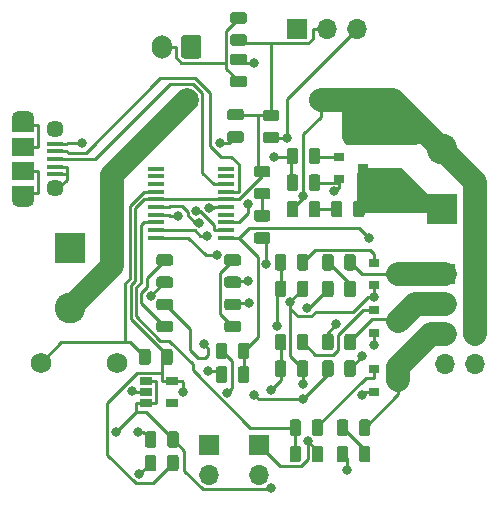
<source format=gbr>
G04 #@! TF.GenerationSoftware,KiCad,Pcbnew,(5.1.5)-3*
G04 #@! TF.CreationDate,2020-07-07T21:27:08-07:00*
G04 #@! TF.ProjectId,tool_head,746f6f6c-5f68-4656-9164-2e6b69636164,B*
G04 #@! TF.SameCoordinates,Original*
G04 #@! TF.FileFunction,Copper,L1,Top*
G04 #@! TF.FilePolarity,Positive*
%FSLAX46Y46*%
G04 Gerber Fmt 4.6, Leading zero omitted, Abs format (unit mm)*
G04 Created by KiCad (PCBNEW (5.1.5)-3) date 2020-07-07 21:27:08*
%MOMM*%
%LPD*%
G04 APERTURE LIST*
%ADD10C,0.100000*%
%ADD11R,1.900000X1.500000*%
%ADD12C,1.450000*%
%ADD13R,1.350000X0.400000*%
%ADD14O,1.900000X1.200000*%
%ADD15R,1.900000X1.200000*%
%ADD16R,1.700000X1.700000*%
%ADD17O,1.700000X1.700000*%
%ADD18C,2.600000*%
%ADD19R,2.600000X2.600000*%
%ADD20O,1.700000X2.000000*%
%ADD21R,0.900000X0.800000*%
%ADD22C,1.750000*%
%ADD23R,1.450000X0.450000*%
%ADD24R,1.060000X0.650000*%
%ADD25C,2.000000*%
%ADD26C,0.800000*%
%ADD27C,0.250000*%
%ADD28C,2.000000*%
%ADD29C,0.254000*%
G04 APERTURE END LIST*
G04 #@! TA.AperFunction,SMDPad,CuDef*
D10*
G36*
X159400142Y-51388674D02*
G01*
X159423803Y-51392184D01*
X159447007Y-51397996D01*
X159469529Y-51406054D01*
X159491153Y-51416282D01*
X159511670Y-51428579D01*
X159530883Y-51442829D01*
X159548607Y-51458893D01*
X159564671Y-51476617D01*
X159578921Y-51495830D01*
X159591218Y-51516347D01*
X159601446Y-51537971D01*
X159609504Y-51560493D01*
X159615316Y-51583697D01*
X159618826Y-51607358D01*
X159620000Y-51631250D01*
X159620000Y-52118750D01*
X159618826Y-52142642D01*
X159615316Y-52166303D01*
X159609504Y-52189507D01*
X159601446Y-52212029D01*
X159591218Y-52233653D01*
X159578921Y-52254170D01*
X159564671Y-52273383D01*
X159548607Y-52291107D01*
X159530883Y-52307171D01*
X159511670Y-52321421D01*
X159491153Y-52333718D01*
X159469529Y-52343946D01*
X159447007Y-52352004D01*
X159423803Y-52357816D01*
X159400142Y-52361326D01*
X159376250Y-52362500D01*
X158463750Y-52362500D01*
X158439858Y-52361326D01*
X158416197Y-52357816D01*
X158392993Y-52352004D01*
X158370471Y-52343946D01*
X158348847Y-52333718D01*
X158328330Y-52321421D01*
X158309117Y-52307171D01*
X158291393Y-52291107D01*
X158275329Y-52273383D01*
X158261079Y-52254170D01*
X158248782Y-52233653D01*
X158238554Y-52212029D01*
X158230496Y-52189507D01*
X158224684Y-52166303D01*
X158221174Y-52142642D01*
X158220000Y-52118750D01*
X158220000Y-51631250D01*
X158221174Y-51607358D01*
X158224684Y-51583697D01*
X158230496Y-51560493D01*
X158238554Y-51537971D01*
X158248782Y-51516347D01*
X158261079Y-51495830D01*
X158275329Y-51476617D01*
X158291393Y-51458893D01*
X158309117Y-51442829D01*
X158328330Y-51428579D01*
X158348847Y-51416282D01*
X158370471Y-51406054D01*
X158392993Y-51397996D01*
X158416197Y-51392184D01*
X158439858Y-51388674D01*
X158463750Y-51387500D01*
X159376250Y-51387500D01*
X159400142Y-51388674D01*
G37*
G04 #@! TD.AperFunction*
G04 #@! TA.AperFunction,SMDPad,CuDef*
G36*
X159400142Y-49513674D02*
G01*
X159423803Y-49517184D01*
X159447007Y-49522996D01*
X159469529Y-49531054D01*
X159491153Y-49541282D01*
X159511670Y-49553579D01*
X159530883Y-49567829D01*
X159548607Y-49583893D01*
X159564671Y-49601617D01*
X159578921Y-49620830D01*
X159591218Y-49641347D01*
X159601446Y-49662971D01*
X159609504Y-49685493D01*
X159615316Y-49708697D01*
X159618826Y-49732358D01*
X159620000Y-49756250D01*
X159620000Y-50243750D01*
X159618826Y-50267642D01*
X159615316Y-50291303D01*
X159609504Y-50314507D01*
X159601446Y-50337029D01*
X159591218Y-50358653D01*
X159578921Y-50379170D01*
X159564671Y-50398383D01*
X159548607Y-50416107D01*
X159530883Y-50432171D01*
X159511670Y-50446421D01*
X159491153Y-50458718D01*
X159469529Y-50468946D01*
X159447007Y-50477004D01*
X159423803Y-50482816D01*
X159400142Y-50486326D01*
X159376250Y-50487500D01*
X158463750Y-50487500D01*
X158439858Y-50486326D01*
X158416197Y-50482816D01*
X158392993Y-50477004D01*
X158370471Y-50468946D01*
X158348847Y-50458718D01*
X158328330Y-50446421D01*
X158309117Y-50432171D01*
X158291393Y-50416107D01*
X158275329Y-50398383D01*
X158261079Y-50379170D01*
X158248782Y-50358653D01*
X158238554Y-50337029D01*
X158230496Y-50314507D01*
X158224684Y-50291303D01*
X158221174Y-50267642D01*
X158220000Y-50243750D01*
X158220000Y-49756250D01*
X158221174Y-49732358D01*
X158224684Y-49708697D01*
X158230496Y-49685493D01*
X158238554Y-49662971D01*
X158248782Y-49641347D01*
X158261079Y-49620830D01*
X158275329Y-49601617D01*
X158291393Y-49583893D01*
X158309117Y-49567829D01*
X158328330Y-49553579D01*
X158348847Y-49541282D01*
X158370471Y-49531054D01*
X158392993Y-49522996D01*
X158416197Y-49517184D01*
X158439858Y-49513674D01*
X158463750Y-49512500D01*
X159376250Y-49512500D01*
X159400142Y-49513674D01*
G37*
G04 #@! TD.AperFunction*
G04 #@! TA.AperFunction,SMDPad,CuDef*
G36*
X153875142Y-76801174D02*
G01*
X153898803Y-76804684D01*
X153922007Y-76810496D01*
X153944529Y-76818554D01*
X153966153Y-76828782D01*
X153986670Y-76841079D01*
X154005883Y-76855329D01*
X154023607Y-76871393D01*
X154039671Y-76889117D01*
X154053921Y-76908330D01*
X154066218Y-76928847D01*
X154076446Y-76950471D01*
X154084504Y-76972993D01*
X154090316Y-76996197D01*
X154093826Y-77019858D01*
X154095000Y-77043750D01*
X154095000Y-77956250D01*
X154093826Y-77980142D01*
X154090316Y-78003803D01*
X154084504Y-78027007D01*
X154076446Y-78049529D01*
X154066218Y-78071153D01*
X154053921Y-78091670D01*
X154039671Y-78110883D01*
X154023607Y-78128607D01*
X154005883Y-78144671D01*
X153986670Y-78158921D01*
X153966153Y-78171218D01*
X153944529Y-78181446D01*
X153922007Y-78189504D01*
X153898803Y-78195316D01*
X153875142Y-78198826D01*
X153851250Y-78200000D01*
X153363750Y-78200000D01*
X153339858Y-78198826D01*
X153316197Y-78195316D01*
X153292993Y-78189504D01*
X153270471Y-78181446D01*
X153248847Y-78171218D01*
X153228330Y-78158921D01*
X153209117Y-78144671D01*
X153191393Y-78128607D01*
X153175329Y-78110883D01*
X153161079Y-78091670D01*
X153148782Y-78071153D01*
X153138554Y-78049529D01*
X153130496Y-78027007D01*
X153124684Y-78003803D01*
X153121174Y-77980142D01*
X153120000Y-77956250D01*
X153120000Y-77043750D01*
X153121174Y-77019858D01*
X153124684Y-76996197D01*
X153130496Y-76972993D01*
X153138554Y-76950471D01*
X153148782Y-76928847D01*
X153161079Y-76908330D01*
X153175329Y-76889117D01*
X153191393Y-76871393D01*
X153209117Y-76855329D01*
X153228330Y-76841079D01*
X153248847Y-76828782D01*
X153270471Y-76818554D01*
X153292993Y-76810496D01*
X153316197Y-76804684D01*
X153339858Y-76801174D01*
X153363750Y-76800000D01*
X153851250Y-76800000D01*
X153875142Y-76801174D01*
G37*
G04 #@! TD.AperFunction*
G04 #@! TA.AperFunction,SMDPad,CuDef*
G36*
X152000142Y-76801174D02*
G01*
X152023803Y-76804684D01*
X152047007Y-76810496D01*
X152069529Y-76818554D01*
X152091153Y-76828782D01*
X152111670Y-76841079D01*
X152130883Y-76855329D01*
X152148607Y-76871393D01*
X152164671Y-76889117D01*
X152178921Y-76908330D01*
X152191218Y-76928847D01*
X152201446Y-76950471D01*
X152209504Y-76972993D01*
X152215316Y-76996197D01*
X152218826Y-77019858D01*
X152220000Y-77043750D01*
X152220000Y-77956250D01*
X152218826Y-77980142D01*
X152215316Y-78003803D01*
X152209504Y-78027007D01*
X152201446Y-78049529D01*
X152191218Y-78071153D01*
X152178921Y-78091670D01*
X152164671Y-78110883D01*
X152148607Y-78128607D01*
X152130883Y-78144671D01*
X152111670Y-78158921D01*
X152091153Y-78171218D01*
X152069529Y-78181446D01*
X152047007Y-78189504D01*
X152023803Y-78195316D01*
X152000142Y-78198826D01*
X151976250Y-78200000D01*
X151488750Y-78200000D01*
X151464858Y-78198826D01*
X151441197Y-78195316D01*
X151417993Y-78189504D01*
X151395471Y-78181446D01*
X151373847Y-78171218D01*
X151353330Y-78158921D01*
X151334117Y-78144671D01*
X151316393Y-78128607D01*
X151300329Y-78110883D01*
X151286079Y-78091670D01*
X151273782Y-78071153D01*
X151263554Y-78049529D01*
X151255496Y-78027007D01*
X151249684Y-78003803D01*
X151246174Y-77980142D01*
X151245000Y-77956250D01*
X151245000Y-77043750D01*
X151246174Y-77019858D01*
X151249684Y-76996197D01*
X151255496Y-76972993D01*
X151263554Y-76950471D01*
X151273782Y-76928847D01*
X151286079Y-76908330D01*
X151300329Y-76889117D01*
X151316393Y-76871393D01*
X151334117Y-76855329D01*
X151353330Y-76841079D01*
X151373847Y-76828782D01*
X151395471Y-76818554D01*
X151417993Y-76810496D01*
X151441197Y-76804684D01*
X151464858Y-76801174D01*
X151488750Y-76800000D01*
X151976250Y-76800000D01*
X152000142Y-76801174D01*
G37*
G04 #@! TD.AperFunction*
G04 #@! TA.AperFunction,SMDPad,CuDef*
G36*
X162400142Y-49576174D02*
G01*
X162423803Y-49579684D01*
X162447007Y-49585496D01*
X162469529Y-49593554D01*
X162491153Y-49603782D01*
X162511670Y-49616079D01*
X162530883Y-49630329D01*
X162548607Y-49646393D01*
X162564671Y-49664117D01*
X162578921Y-49683330D01*
X162591218Y-49703847D01*
X162601446Y-49725471D01*
X162609504Y-49747993D01*
X162615316Y-49771197D01*
X162618826Y-49794858D01*
X162620000Y-49818750D01*
X162620000Y-50306250D01*
X162618826Y-50330142D01*
X162615316Y-50353803D01*
X162609504Y-50377007D01*
X162601446Y-50399529D01*
X162591218Y-50421153D01*
X162578921Y-50441670D01*
X162564671Y-50460883D01*
X162548607Y-50478607D01*
X162530883Y-50494671D01*
X162511670Y-50508921D01*
X162491153Y-50521218D01*
X162469529Y-50531446D01*
X162447007Y-50539504D01*
X162423803Y-50545316D01*
X162400142Y-50548826D01*
X162376250Y-50550000D01*
X161463750Y-50550000D01*
X161439858Y-50548826D01*
X161416197Y-50545316D01*
X161392993Y-50539504D01*
X161370471Y-50531446D01*
X161348847Y-50521218D01*
X161328330Y-50508921D01*
X161309117Y-50494671D01*
X161291393Y-50478607D01*
X161275329Y-50460883D01*
X161261079Y-50441670D01*
X161248782Y-50421153D01*
X161238554Y-50399529D01*
X161230496Y-50377007D01*
X161224684Y-50353803D01*
X161221174Y-50330142D01*
X161220000Y-50306250D01*
X161220000Y-49818750D01*
X161221174Y-49794858D01*
X161224684Y-49771197D01*
X161230496Y-49747993D01*
X161238554Y-49725471D01*
X161248782Y-49703847D01*
X161261079Y-49683330D01*
X161275329Y-49664117D01*
X161291393Y-49646393D01*
X161309117Y-49630329D01*
X161328330Y-49616079D01*
X161348847Y-49603782D01*
X161370471Y-49593554D01*
X161392993Y-49585496D01*
X161416197Y-49579684D01*
X161439858Y-49576174D01*
X161463750Y-49575000D01*
X162376250Y-49575000D01*
X162400142Y-49576174D01*
G37*
G04 #@! TD.AperFunction*
G04 #@! TA.AperFunction,SMDPad,CuDef*
G36*
X162400142Y-51451174D02*
G01*
X162423803Y-51454684D01*
X162447007Y-51460496D01*
X162469529Y-51468554D01*
X162491153Y-51478782D01*
X162511670Y-51491079D01*
X162530883Y-51505329D01*
X162548607Y-51521393D01*
X162564671Y-51539117D01*
X162578921Y-51558330D01*
X162591218Y-51578847D01*
X162601446Y-51600471D01*
X162609504Y-51622993D01*
X162615316Y-51646197D01*
X162618826Y-51669858D01*
X162620000Y-51693750D01*
X162620000Y-52181250D01*
X162618826Y-52205142D01*
X162615316Y-52228803D01*
X162609504Y-52252007D01*
X162601446Y-52274529D01*
X162591218Y-52296153D01*
X162578921Y-52316670D01*
X162564671Y-52335883D01*
X162548607Y-52353607D01*
X162530883Y-52369671D01*
X162511670Y-52383921D01*
X162491153Y-52396218D01*
X162469529Y-52406446D01*
X162447007Y-52414504D01*
X162423803Y-52420316D01*
X162400142Y-52423826D01*
X162376250Y-52425000D01*
X161463750Y-52425000D01*
X161439858Y-52423826D01*
X161416197Y-52420316D01*
X161392993Y-52414504D01*
X161370471Y-52406446D01*
X161348847Y-52396218D01*
X161328330Y-52383921D01*
X161309117Y-52369671D01*
X161291393Y-52353607D01*
X161275329Y-52335883D01*
X161261079Y-52316670D01*
X161248782Y-52296153D01*
X161238554Y-52274529D01*
X161230496Y-52252007D01*
X161224684Y-52228803D01*
X161221174Y-52205142D01*
X161220000Y-52181250D01*
X161220000Y-51693750D01*
X161221174Y-51669858D01*
X161224684Y-51646197D01*
X161230496Y-51622993D01*
X161238554Y-51600471D01*
X161248782Y-51578847D01*
X161261079Y-51558330D01*
X161275329Y-51539117D01*
X161291393Y-51521393D01*
X161309117Y-51505329D01*
X161328330Y-51491079D01*
X161348847Y-51478782D01*
X161370471Y-51468554D01*
X161392993Y-51460496D01*
X161416197Y-51454684D01*
X161439858Y-51451174D01*
X161463750Y-51450000D01*
X162376250Y-51450000D01*
X162400142Y-51451174D01*
G37*
G04 #@! TD.AperFunction*
G04 #@! TA.AperFunction,SMDPad,CuDef*
G36*
X152000142Y-78801174D02*
G01*
X152023803Y-78804684D01*
X152047007Y-78810496D01*
X152069529Y-78818554D01*
X152091153Y-78828782D01*
X152111670Y-78841079D01*
X152130883Y-78855329D01*
X152148607Y-78871393D01*
X152164671Y-78889117D01*
X152178921Y-78908330D01*
X152191218Y-78928847D01*
X152201446Y-78950471D01*
X152209504Y-78972993D01*
X152215316Y-78996197D01*
X152218826Y-79019858D01*
X152220000Y-79043750D01*
X152220000Y-79956250D01*
X152218826Y-79980142D01*
X152215316Y-80003803D01*
X152209504Y-80027007D01*
X152201446Y-80049529D01*
X152191218Y-80071153D01*
X152178921Y-80091670D01*
X152164671Y-80110883D01*
X152148607Y-80128607D01*
X152130883Y-80144671D01*
X152111670Y-80158921D01*
X152091153Y-80171218D01*
X152069529Y-80181446D01*
X152047007Y-80189504D01*
X152023803Y-80195316D01*
X152000142Y-80198826D01*
X151976250Y-80200000D01*
X151488750Y-80200000D01*
X151464858Y-80198826D01*
X151441197Y-80195316D01*
X151417993Y-80189504D01*
X151395471Y-80181446D01*
X151373847Y-80171218D01*
X151353330Y-80158921D01*
X151334117Y-80144671D01*
X151316393Y-80128607D01*
X151300329Y-80110883D01*
X151286079Y-80091670D01*
X151273782Y-80071153D01*
X151263554Y-80049529D01*
X151255496Y-80027007D01*
X151249684Y-80003803D01*
X151246174Y-79980142D01*
X151245000Y-79956250D01*
X151245000Y-79043750D01*
X151246174Y-79019858D01*
X151249684Y-78996197D01*
X151255496Y-78972993D01*
X151263554Y-78950471D01*
X151273782Y-78928847D01*
X151286079Y-78908330D01*
X151300329Y-78889117D01*
X151316393Y-78871393D01*
X151334117Y-78855329D01*
X151353330Y-78841079D01*
X151373847Y-78828782D01*
X151395471Y-78818554D01*
X151417993Y-78810496D01*
X151441197Y-78804684D01*
X151464858Y-78801174D01*
X151488750Y-78800000D01*
X151976250Y-78800000D01*
X152000142Y-78801174D01*
G37*
G04 #@! TD.AperFunction*
G04 #@! TA.AperFunction,SMDPad,CuDef*
G36*
X153875142Y-78801174D02*
G01*
X153898803Y-78804684D01*
X153922007Y-78810496D01*
X153944529Y-78818554D01*
X153966153Y-78828782D01*
X153986670Y-78841079D01*
X154005883Y-78855329D01*
X154023607Y-78871393D01*
X154039671Y-78889117D01*
X154053921Y-78908330D01*
X154066218Y-78928847D01*
X154076446Y-78950471D01*
X154084504Y-78972993D01*
X154090316Y-78996197D01*
X154093826Y-79019858D01*
X154095000Y-79043750D01*
X154095000Y-79956250D01*
X154093826Y-79980142D01*
X154090316Y-80003803D01*
X154084504Y-80027007D01*
X154076446Y-80049529D01*
X154066218Y-80071153D01*
X154053921Y-80091670D01*
X154039671Y-80110883D01*
X154023607Y-80128607D01*
X154005883Y-80144671D01*
X153986670Y-80158921D01*
X153966153Y-80171218D01*
X153944529Y-80181446D01*
X153922007Y-80189504D01*
X153898803Y-80195316D01*
X153875142Y-80198826D01*
X153851250Y-80200000D01*
X153363750Y-80200000D01*
X153339858Y-80198826D01*
X153316197Y-80195316D01*
X153292993Y-80189504D01*
X153270471Y-80181446D01*
X153248847Y-80171218D01*
X153228330Y-80158921D01*
X153209117Y-80144671D01*
X153191393Y-80128607D01*
X153175329Y-80110883D01*
X153161079Y-80091670D01*
X153148782Y-80071153D01*
X153138554Y-80049529D01*
X153130496Y-80027007D01*
X153124684Y-80003803D01*
X153121174Y-79980142D01*
X153120000Y-79956250D01*
X153120000Y-79043750D01*
X153121174Y-79019858D01*
X153124684Y-78996197D01*
X153130496Y-78972993D01*
X153138554Y-78950471D01*
X153148782Y-78928847D01*
X153161079Y-78908330D01*
X153175329Y-78889117D01*
X153191393Y-78871393D01*
X153209117Y-78855329D01*
X153228330Y-78841079D01*
X153248847Y-78828782D01*
X153270471Y-78818554D01*
X153292993Y-78810496D01*
X153316197Y-78804684D01*
X153339858Y-78801174D01*
X153363750Y-78800000D01*
X153851250Y-78800000D01*
X153875142Y-78801174D01*
G37*
G04 #@! TD.AperFunction*
G04 #@! TA.AperFunction,SMDPad,CuDef*
G36*
X159650142Y-46701174D02*
G01*
X159673803Y-46704684D01*
X159697007Y-46710496D01*
X159719529Y-46718554D01*
X159741153Y-46728782D01*
X159761670Y-46741079D01*
X159780883Y-46755329D01*
X159798607Y-46771393D01*
X159814671Y-46789117D01*
X159828921Y-46808330D01*
X159841218Y-46828847D01*
X159851446Y-46850471D01*
X159859504Y-46872993D01*
X159865316Y-46896197D01*
X159868826Y-46919858D01*
X159870000Y-46943750D01*
X159870000Y-47431250D01*
X159868826Y-47455142D01*
X159865316Y-47478803D01*
X159859504Y-47502007D01*
X159851446Y-47524529D01*
X159841218Y-47546153D01*
X159828921Y-47566670D01*
X159814671Y-47585883D01*
X159798607Y-47603607D01*
X159780883Y-47619671D01*
X159761670Y-47633921D01*
X159741153Y-47646218D01*
X159719529Y-47656446D01*
X159697007Y-47664504D01*
X159673803Y-47670316D01*
X159650142Y-47673826D01*
X159626250Y-47675000D01*
X158713750Y-47675000D01*
X158689858Y-47673826D01*
X158666197Y-47670316D01*
X158642993Y-47664504D01*
X158620471Y-47656446D01*
X158598847Y-47646218D01*
X158578330Y-47633921D01*
X158559117Y-47619671D01*
X158541393Y-47603607D01*
X158525329Y-47585883D01*
X158511079Y-47566670D01*
X158498782Y-47546153D01*
X158488554Y-47524529D01*
X158480496Y-47502007D01*
X158474684Y-47478803D01*
X158471174Y-47455142D01*
X158470000Y-47431250D01*
X158470000Y-46943750D01*
X158471174Y-46919858D01*
X158474684Y-46896197D01*
X158480496Y-46872993D01*
X158488554Y-46850471D01*
X158498782Y-46828847D01*
X158511079Y-46808330D01*
X158525329Y-46789117D01*
X158541393Y-46771393D01*
X158559117Y-46755329D01*
X158578330Y-46741079D01*
X158598847Y-46728782D01*
X158620471Y-46718554D01*
X158642993Y-46710496D01*
X158666197Y-46704684D01*
X158689858Y-46701174D01*
X158713750Y-46700000D01*
X159626250Y-46700000D01*
X159650142Y-46701174D01*
G37*
G04 #@! TD.AperFunction*
G04 #@! TA.AperFunction,SMDPad,CuDef*
G36*
X159650142Y-44826174D02*
G01*
X159673803Y-44829684D01*
X159697007Y-44835496D01*
X159719529Y-44843554D01*
X159741153Y-44853782D01*
X159761670Y-44866079D01*
X159780883Y-44880329D01*
X159798607Y-44896393D01*
X159814671Y-44914117D01*
X159828921Y-44933330D01*
X159841218Y-44953847D01*
X159851446Y-44975471D01*
X159859504Y-44997993D01*
X159865316Y-45021197D01*
X159868826Y-45044858D01*
X159870000Y-45068750D01*
X159870000Y-45556250D01*
X159868826Y-45580142D01*
X159865316Y-45603803D01*
X159859504Y-45627007D01*
X159851446Y-45649529D01*
X159841218Y-45671153D01*
X159828921Y-45691670D01*
X159814671Y-45710883D01*
X159798607Y-45728607D01*
X159780883Y-45744671D01*
X159761670Y-45758921D01*
X159741153Y-45771218D01*
X159719529Y-45781446D01*
X159697007Y-45789504D01*
X159673803Y-45795316D01*
X159650142Y-45798826D01*
X159626250Y-45800000D01*
X158713750Y-45800000D01*
X158689858Y-45798826D01*
X158666197Y-45795316D01*
X158642993Y-45789504D01*
X158620471Y-45781446D01*
X158598847Y-45771218D01*
X158578330Y-45758921D01*
X158559117Y-45744671D01*
X158541393Y-45728607D01*
X158525329Y-45710883D01*
X158511079Y-45691670D01*
X158498782Y-45671153D01*
X158488554Y-45649529D01*
X158480496Y-45627007D01*
X158474684Y-45603803D01*
X158471174Y-45580142D01*
X158470000Y-45556250D01*
X158470000Y-45068750D01*
X158471174Y-45044858D01*
X158474684Y-45021197D01*
X158480496Y-44997993D01*
X158488554Y-44975471D01*
X158498782Y-44953847D01*
X158511079Y-44933330D01*
X158525329Y-44914117D01*
X158541393Y-44896393D01*
X158559117Y-44880329D01*
X158578330Y-44866079D01*
X158598847Y-44853782D01*
X158620471Y-44843554D01*
X158642993Y-44835496D01*
X158666197Y-44829684D01*
X158689858Y-44826174D01*
X158713750Y-44825000D01*
X159626250Y-44825000D01*
X159650142Y-44826174D01*
G37*
G04 #@! TD.AperFunction*
G04 #@! TA.AperFunction,SMDPad,CuDef*
G36*
X159875142Y-71301174D02*
G01*
X159898803Y-71304684D01*
X159922007Y-71310496D01*
X159944529Y-71318554D01*
X159966153Y-71328782D01*
X159986670Y-71341079D01*
X160005883Y-71355329D01*
X160023607Y-71371393D01*
X160039671Y-71389117D01*
X160053921Y-71408330D01*
X160066218Y-71428847D01*
X160076446Y-71450471D01*
X160084504Y-71472993D01*
X160090316Y-71496197D01*
X160093826Y-71519858D01*
X160095000Y-71543750D01*
X160095000Y-72456250D01*
X160093826Y-72480142D01*
X160090316Y-72503803D01*
X160084504Y-72527007D01*
X160076446Y-72549529D01*
X160066218Y-72571153D01*
X160053921Y-72591670D01*
X160039671Y-72610883D01*
X160023607Y-72628607D01*
X160005883Y-72644671D01*
X159986670Y-72658921D01*
X159966153Y-72671218D01*
X159944529Y-72681446D01*
X159922007Y-72689504D01*
X159898803Y-72695316D01*
X159875142Y-72698826D01*
X159851250Y-72700000D01*
X159363750Y-72700000D01*
X159339858Y-72698826D01*
X159316197Y-72695316D01*
X159292993Y-72689504D01*
X159270471Y-72681446D01*
X159248847Y-72671218D01*
X159228330Y-72658921D01*
X159209117Y-72644671D01*
X159191393Y-72628607D01*
X159175329Y-72610883D01*
X159161079Y-72591670D01*
X159148782Y-72571153D01*
X159138554Y-72549529D01*
X159130496Y-72527007D01*
X159124684Y-72503803D01*
X159121174Y-72480142D01*
X159120000Y-72456250D01*
X159120000Y-71543750D01*
X159121174Y-71519858D01*
X159124684Y-71496197D01*
X159130496Y-71472993D01*
X159138554Y-71450471D01*
X159148782Y-71428847D01*
X159161079Y-71408330D01*
X159175329Y-71389117D01*
X159191393Y-71371393D01*
X159209117Y-71355329D01*
X159228330Y-71341079D01*
X159248847Y-71328782D01*
X159270471Y-71318554D01*
X159292993Y-71310496D01*
X159316197Y-71304684D01*
X159339858Y-71301174D01*
X159363750Y-71300000D01*
X159851250Y-71300000D01*
X159875142Y-71301174D01*
G37*
G04 #@! TD.AperFunction*
G04 #@! TA.AperFunction,SMDPad,CuDef*
G36*
X158000142Y-71301174D02*
G01*
X158023803Y-71304684D01*
X158047007Y-71310496D01*
X158069529Y-71318554D01*
X158091153Y-71328782D01*
X158111670Y-71341079D01*
X158130883Y-71355329D01*
X158148607Y-71371393D01*
X158164671Y-71389117D01*
X158178921Y-71408330D01*
X158191218Y-71428847D01*
X158201446Y-71450471D01*
X158209504Y-71472993D01*
X158215316Y-71496197D01*
X158218826Y-71519858D01*
X158220000Y-71543750D01*
X158220000Y-72456250D01*
X158218826Y-72480142D01*
X158215316Y-72503803D01*
X158209504Y-72527007D01*
X158201446Y-72549529D01*
X158191218Y-72571153D01*
X158178921Y-72591670D01*
X158164671Y-72610883D01*
X158148607Y-72628607D01*
X158130883Y-72644671D01*
X158111670Y-72658921D01*
X158091153Y-72671218D01*
X158069529Y-72681446D01*
X158047007Y-72689504D01*
X158023803Y-72695316D01*
X158000142Y-72698826D01*
X157976250Y-72700000D01*
X157488750Y-72700000D01*
X157464858Y-72698826D01*
X157441197Y-72695316D01*
X157417993Y-72689504D01*
X157395471Y-72681446D01*
X157373847Y-72671218D01*
X157353330Y-72658921D01*
X157334117Y-72644671D01*
X157316393Y-72628607D01*
X157300329Y-72610883D01*
X157286079Y-72591670D01*
X157273782Y-72571153D01*
X157263554Y-72549529D01*
X157255496Y-72527007D01*
X157249684Y-72503803D01*
X157246174Y-72480142D01*
X157245000Y-72456250D01*
X157245000Y-71543750D01*
X157246174Y-71519858D01*
X157249684Y-71496197D01*
X157255496Y-71472993D01*
X157263554Y-71450471D01*
X157273782Y-71428847D01*
X157286079Y-71408330D01*
X157300329Y-71389117D01*
X157316393Y-71371393D01*
X157334117Y-71355329D01*
X157353330Y-71341079D01*
X157373847Y-71328782D01*
X157395471Y-71318554D01*
X157417993Y-71310496D01*
X157441197Y-71304684D01*
X157464858Y-71301174D01*
X157488750Y-71300000D01*
X157976250Y-71300000D01*
X158000142Y-71301174D01*
G37*
G04 #@! TD.AperFunction*
G04 #@! TA.AperFunction,SMDPad,CuDef*
G36*
X161650142Y-58076174D02*
G01*
X161673803Y-58079684D01*
X161697007Y-58085496D01*
X161719529Y-58093554D01*
X161741153Y-58103782D01*
X161761670Y-58116079D01*
X161780883Y-58130329D01*
X161798607Y-58146393D01*
X161814671Y-58164117D01*
X161828921Y-58183330D01*
X161841218Y-58203847D01*
X161851446Y-58225471D01*
X161859504Y-58247993D01*
X161865316Y-58271197D01*
X161868826Y-58294858D01*
X161870000Y-58318750D01*
X161870000Y-58806250D01*
X161868826Y-58830142D01*
X161865316Y-58853803D01*
X161859504Y-58877007D01*
X161851446Y-58899529D01*
X161841218Y-58921153D01*
X161828921Y-58941670D01*
X161814671Y-58960883D01*
X161798607Y-58978607D01*
X161780883Y-58994671D01*
X161761670Y-59008921D01*
X161741153Y-59021218D01*
X161719529Y-59031446D01*
X161697007Y-59039504D01*
X161673803Y-59045316D01*
X161650142Y-59048826D01*
X161626250Y-59050000D01*
X160713750Y-59050000D01*
X160689858Y-59048826D01*
X160666197Y-59045316D01*
X160642993Y-59039504D01*
X160620471Y-59031446D01*
X160598847Y-59021218D01*
X160578330Y-59008921D01*
X160559117Y-58994671D01*
X160541393Y-58978607D01*
X160525329Y-58960883D01*
X160511079Y-58941670D01*
X160498782Y-58921153D01*
X160488554Y-58899529D01*
X160480496Y-58877007D01*
X160474684Y-58853803D01*
X160471174Y-58830142D01*
X160470000Y-58806250D01*
X160470000Y-58318750D01*
X160471174Y-58294858D01*
X160474684Y-58271197D01*
X160480496Y-58247993D01*
X160488554Y-58225471D01*
X160498782Y-58203847D01*
X160511079Y-58183330D01*
X160525329Y-58164117D01*
X160541393Y-58146393D01*
X160559117Y-58130329D01*
X160578330Y-58116079D01*
X160598847Y-58103782D01*
X160620471Y-58093554D01*
X160642993Y-58085496D01*
X160666197Y-58079684D01*
X160689858Y-58076174D01*
X160713750Y-58075000D01*
X161626250Y-58075000D01*
X161650142Y-58076174D01*
G37*
G04 #@! TD.AperFunction*
G04 #@! TA.AperFunction,SMDPad,CuDef*
G36*
X161650142Y-59951174D02*
G01*
X161673803Y-59954684D01*
X161697007Y-59960496D01*
X161719529Y-59968554D01*
X161741153Y-59978782D01*
X161761670Y-59991079D01*
X161780883Y-60005329D01*
X161798607Y-60021393D01*
X161814671Y-60039117D01*
X161828921Y-60058330D01*
X161841218Y-60078847D01*
X161851446Y-60100471D01*
X161859504Y-60122993D01*
X161865316Y-60146197D01*
X161868826Y-60169858D01*
X161870000Y-60193750D01*
X161870000Y-60681250D01*
X161868826Y-60705142D01*
X161865316Y-60728803D01*
X161859504Y-60752007D01*
X161851446Y-60774529D01*
X161841218Y-60796153D01*
X161828921Y-60816670D01*
X161814671Y-60835883D01*
X161798607Y-60853607D01*
X161780883Y-60869671D01*
X161761670Y-60883921D01*
X161741153Y-60896218D01*
X161719529Y-60906446D01*
X161697007Y-60914504D01*
X161673803Y-60920316D01*
X161650142Y-60923826D01*
X161626250Y-60925000D01*
X160713750Y-60925000D01*
X160689858Y-60923826D01*
X160666197Y-60920316D01*
X160642993Y-60914504D01*
X160620471Y-60906446D01*
X160598847Y-60896218D01*
X160578330Y-60883921D01*
X160559117Y-60869671D01*
X160541393Y-60853607D01*
X160525329Y-60835883D01*
X160511079Y-60816670D01*
X160498782Y-60796153D01*
X160488554Y-60774529D01*
X160480496Y-60752007D01*
X160474684Y-60728803D01*
X160471174Y-60705142D01*
X160470000Y-60681250D01*
X160470000Y-60193750D01*
X160471174Y-60169858D01*
X160474684Y-60146197D01*
X160480496Y-60122993D01*
X160488554Y-60100471D01*
X160498782Y-60078847D01*
X160511079Y-60058330D01*
X160525329Y-60039117D01*
X160541393Y-60021393D01*
X160559117Y-60005329D01*
X160578330Y-59991079D01*
X160598847Y-59978782D01*
X160620471Y-59968554D01*
X160642993Y-59960496D01*
X160666197Y-59954684D01*
X160689858Y-59951174D01*
X160713750Y-59950000D01*
X161626250Y-59950000D01*
X161650142Y-59951174D01*
G37*
G04 #@! TD.AperFunction*
G04 #@! TA.AperFunction,SMDPad,CuDef*
G36*
X168875142Y-61801174D02*
G01*
X168898803Y-61804684D01*
X168922007Y-61810496D01*
X168944529Y-61818554D01*
X168966153Y-61828782D01*
X168986670Y-61841079D01*
X169005883Y-61855329D01*
X169023607Y-61871393D01*
X169039671Y-61889117D01*
X169053921Y-61908330D01*
X169066218Y-61928847D01*
X169076446Y-61950471D01*
X169084504Y-61972993D01*
X169090316Y-61996197D01*
X169093826Y-62019858D01*
X169095000Y-62043750D01*
X169095000Y-62956250D01*
X169093826Y-62980142D01*
X169090316Y-63003803D01*
X169084504Y-63027007D01*
X169076446Y-63049529D01*
X169066218Y-63071153D01*
X169053921Y-63091670D01*
X169039671Y-63110883D01*
X169023607Y-63128607D01*
X169005883Y-63144671D01*
X168986670Y-63158921D01*
X168966153Y-63171218D01*
X168944529Y-63181446D01*
X168922007Y-63189504D01*
X168898803Y-63195316D01*
X168875142Y-63198826D01*
X168851250Y-63200000D01*
X168363750Y-63200000D01*
X168339858Y-63198826D01*
X168316197Y-63195316D01*
X168292993Y-63189504D01*
X168270471Y-63181446D01*
X168248847Y-63171218D01*
X168228330Y-63158921D01*
X168209117Y-63144671D01*
X168191393Y-63128607D01*
X168175329Y-63110883D01*
X168161079Y-63091670D01*
X168148782Y-63071153D01*
X168138554Y-63049529D01*
X168130496Y-63027007D01*
X168124684Y-63003803D01*
X168121174Y-62980142D01*
X168120000Y-62956250D01*
X168120000Y-62043750D01*
X168121174Y-62019858D01*
X168124684Y-61996197D01*
X168130496Y-61972993D01*
X168138554Y-61950471D01*
X168148782Y-61928847D01*
X168161079Y-61908330D01*
X168175329Y-61889117D01*
X168191393Y-61871393D01*
X168209117Y-61855329D01*
X168228330Y-61841079D01*
X168248847Y-61828782D01*
X168270471Y-61818554D01*
X168292993Y-61810496D01*
X168316197Y-61804684D01*
X168339858Y-61801174D01*
X168363750Y-61800000D01*
X168851250Y-61800000D01*
X168875142Y-61801174D01*
G37*
G04 #@! TD.AperFunction*
G04 #@! TA.AperFunction,SMDPad,CuDef*
G36*
X167000142Y-61801174D02*
G01*
X167023803Y-61804684D01*
X167047007Y-61810496D01*
X167069529Y-61818554D01*
X167091153Y-61828782D01*
X167111670Y-61841079D01*
X167130883Y-61855329D01*
X167148607Y-61871393D01*
X167164671Y-61889117D01*
X167178921Y-61908330D01*
X167191218Y-61928847D01*
X167201446Y-61950471D01*
X167209504Y-61972993D01*
X167215316Y-61996197D01*
X167218826Y-62019858D01*
X167220000Y-62043750D01*
X167220000Y-62956250D01*
X167218826Y-62980142D01*
X167215316Y-63003803D01*
X167209504Y-63027007D01*
X167201446Y-63049529D01*
X167191218Y-63071153D01*
X167178921Y-63091670D01*
X167164671Y-63110883D01*
X167148607Y-63128607D01*
X167130883Y-63144671D01*
X167111670Y-63158921D01*
X167091153Y-63171218D01*
X167069529Y-63181446D01*
X167047007Y-63189504D01*
X167023803Y-63195316D01*
X167000142Y-63198826D01*
X166976250Y-63200000D01*
X166488750Y-63200000D01*
X166464858Y-63198826D01*
X166441197Y-63195316D01*
X166417993Y-63189504D01*
X166395471Y-63181446D01*
X166373847Y-63171218D01*
X166353330Y-63158921D01*
X166334117Y-63144671D01*
X166316393Y-63128607D01*
X166300329Y-63110883D01*
X166286079Y-63091670D01*
X166273782Y-63071153D01*
X166263554Y-63049529D01*
X166255496Y-63027007D01*
X166249684Y-63003803D01*
X166246174Y-62980142D01*
X166245000Y-62956250D01*
X166245000Y-62043750D01*
X166246174Y-62019858D01*
X166249684Y-61996197D01*
X166255496Y-61972993D01*
X166263554Y-61950471D01*
X166273782Y-61928847D01*
X166286079Y-61908330D01*
X166300329Y-61889117D01*
X166316393Y-61871393D01*
X166334117Y-61855329D01*
X166353330Y-61841079D01*
X166373847Y-61828782D01*
X166395471Y-61818554D01*
X166417993Y-61810496D01*
X166441197Y-61804684D01*
X166464858Y-61801174D01*
X166488750Y-61800000D01*
X166976250Y-61800000D01*
X167000142Y-61801174D01*
G37*
G04 #@! TD.AperFunction*
G04 #@! TA.AperFunction,SMDPad,CuDef*
G36*
X168875142Y-68551174D02*
G01*
X168898803Y-68554684D01*
X168922007Y-68560496D01*
X168944529Y-68568554D01*
X168966153Y-68578782D01*
X168986670Y-68591079D01*
X169005883Y-68605329D01*
X169023607Y-68621393D01*
X169039671Y-68639117D01*
X169053921Y-68658330D01*
X169066218Y-68678847D01*
X169076446Y-68700471D01*
X169084504Y-68722993D01*
X169090316Y-68746197D01*
X169093826Y-68769858D01*
X169095000Y-68793750D01*
X169095000Y-69706250D01*
X169093826Y-69730142D01*
X169090316Y-69753803D01*
X169084504Y-69777007D01*
X169076446Y-69799529D01*
X169066218Y-69821153D01*
X169053921Y-69841670D01*
X169039671Y-69860883D01*
X169023607Y-69878607D01*
X169005883Y-69894671D01*
X168986670Y-69908921D01*
X168966153Y-69921218D01*
X168944529Y-69931446D01*
X168922007Y-69939504D01*
X168898803Y-69945316D01*
X168875142Y-69948826D01*
X168851250Y-69950000D01*
X168363750Y-69950000D01*
X168339858Y-69948826D01*
X168316197Y-69945316D01*
X168292993Y-69939504D01*
X168270471Y-69931446D01*
X168248847Y-69921218D01*
X168228330Y-69908921D01*
X168209117Y-69894671D01*
X168191393Y-69878607D01*
X168175329Y-69860883D01*
X168161079Y-69841670D01*
X168148782Y-69821153D01*
X168138554Y-69799529D01*
X168130496Y-69777007D01*
X168124684Y-69753803D01*
X168121174Y-69730142D01*
X168120000Y-69706250D01*
X168120000Y-68793750D01*
X168121174Y-68769858D01*
X168124684Y-68746197D01*
X168130496Y-68722993D01*
X168138554Y-68700471D01*
X168148782Y-68678847D01*
X168161079Y-68658330D01*
X168175329Y-68639117D01*
X168191393Y-68621393D01*
X168209117Y-68605329D01*
X168228330Y-68591079D01*
X168248847Y-68578782D01*
X168270471Y-68568554D01*
X168292993Y-68560496D01*
X168316197Y-68554684D01*
X168339858Y-68551174D01*
X168363750Y-68550000D01*
X168851250Y-68550000D01*
X168875142Y-68551174D01*
G37*
G04 #@! TD.AperFunction*
G04 #@! TA.AperFunction,SMDPad,CuDef*
G36*
X167000142Y-68551174D02*
G01*
X167023803Y-68554684D01*
X167047007Y-68560496D01*
X167069529Y-68568554D01*
X167091153Y-68578782D01*
X167111670Y-68591079D01*
X167130883Y-68605329D01*
X167148607Y-68621393D01*
X167164671Y-68639117D01*
X167178921Y-68658330D01*
X167191218Y-68678847D01*
X167201446Y-68700471D01*
X167209504Y-68722993D01*
X167215316Y-68746197D01*
X167218826Y-68769858D01*
X167220000Y-68793750D01*
X167220000Y-69706250D01*
X167218826Y-69730142D01*
X167215316Y-69753803D01*
X167209504Y-69777007D01*
X167201446Y-69799529D01*
X167191218Y-69821153D01*
X167178921Y-69841670D01*
X167164671Y-69860883D01*
X167148607Y-69878607D01*
X167130883Y-69894671D01*
X167111670Y-69908921D01*
X167091153Y-69921218D01*
X167069529Y-69931446D01*
X167047007Y-69939504D01*
X167023803Y-69945316D01*
X167000142Y-69948826D01*
X166976250Y-69950000D01*
X166488750Y-69950000D01*
X166464858Y-69948826D01*
X166441197Y-69945316D01*
X166417993Y-69939504D01*
X166395471Y-69931446D01*
X166373847Y-69921218D01*
X166353330Y-69908921D01*
X166334117Y-69894671D01*
X166316393Y-69878607D01*
X166300329Y-69860883D01*
X166286079Y-69841670D01*
X166273782Y-69821153D01*
X166263554Y-69799529D01*
X166255496Y-69777007D01*
X166249684Y-69753803D01*
X166246174Y-69730142D01*
X166245000Y-69706250D01*
X166245000Y-68793750D01*
X166246174Y-68769858D01*
X166249684Y-68746197D01*
X166255496Y-68722993D01*
X166263554Y-68700471D01*
X166273782Y-68678847D01*
X166286079Y-68658330D01*
X166300329Y-68639117D01*
X166316393Y-68621393D01*
X166334117Y-68605329D01*
X166353330Y-68591079D01*
X166373847Y-68578782D01*
X166395471Y-68568554D01*
X166417993Y-68560496D01*
X166441197Y-68554684D01*
X166464858Y-68551174D01*
X166488750Y-68550000D01*
X166976250Y-68550000D01*
X167000142Y-68551174D01*
G37*
G04 #@! TD.AperFunction*
G04 #@! TA.AperFunction,SMDPad,CuDef*
G36*
X168250142Y-75801174D02*
G01*
X168273803Y-75804684D01*
X168297007Y-75810496D01*
X168319529Y-75818554D01*
X168341153Y-75828782D01*
X168361670Y-75841079D01*
X168380883Y-75855329D01*
X168398607Y-75871393D01*
X168414671Y-75889117D01*
X168428921Y-75908330D01*
X168441218Y-75928847D01*
X168451446Y-75950471D01*
X168459504Y-75972993D01*
X168465316Y-75996197D01*
X168468826Y-76019858D01*
X168470000Y-76043750D01*
X168470000Y-76956250D01*
X168468826Y-76980142D01*
X168465316Y-77003803D01*
X168459504Y-77027007D01*
X168451446Y-77049529D01*
X168441218Y-77071153D01*
X168428921Y-77091670D01*
X168414671Y-77110883D01*
X168398607Y-77128607D01*
X168380883Y-77144671D01*
X168361670Y-77158921D01*
X168341153Y-77171218D01*
X168319529Y-77181446D01*
X168297007Y-77189504D01*
X168273803Y-77195316D01*
X168250142Y-77198826D01*
X168226250Y-77200000D01*
X167738750Y-77200000D01*
X167714858Y-77198826D01*
X167691197Y-77195316D01*
X167667993Y-77189504D01*
X167645471Y-77181446D01*
X167623847Y-77171218D01*
X167603330Y-77158921D01*
X167584117Y-77144671D01*
X167566393Y-77128607D01*
X167550329Y-77110883D01*
X167536079Y-77091670D01*
X167523782Y-77071153D01*
X167513554Y-77049529D01*
X167505496Y-77027007D01*
X167499684Y-77003803D01*
X167496174Y-76980142D01*
X167495000Y-76956250D01*
X167495000Y-76043750D01*
X167496174Y-76019858D01*
X167499684Y-75996197D01*
X167505496Y-75972993D01*
X167513554Y-75950471D01*
X167523782Y-75928847D01*
X167536079Y-75908330D01*
X167550329Y-75889117D01*
X167566393Y-75871393D01*
X167584117Y-75855329D01*
X167603330Y-75841079D01*
X167623847Y-75828782D01*
X167645471Y-75818554D01*
X167667993Y-75810496D01*
X167691197Y-75804684D01*
X167714858Y-75801174D01*
X167738750Y-75800000D01*
X168226250Y-75800000D01*
X168250142Y-75801174D01*
G37*
G04 #@! TD.AperFunction*
G04 #@! TA.AperFunction,SMDPad,CuDef*
G36*
X170125142Y-75801174D02*
G01*
X170148803Y-75804684D01*
X170172007Y-75810496D01*
X170194529Y-75818554D01*
X170216153Y-75828782D01*
X170236670Y-75841079D01*
X170255883Y-75855329D01*
X170273607Y-75871393D01*
X170289671Y-75889117D01*
X170303921Y-75908330D01*
X170316218Y-75928847D01*
X170326446Y-75950471D01*
X170334504Y-75972993D01*
X170340316Y-75996197D01*
X170343826Y-76019858D01*
X170345000Y-76043750D01*
X170345000Y-76956250D01*
X170343826Y-76980142D01*
X170340316Y-77003803D01*
X170334504Y-77027007D01*
X170326446Y-77049529D01*
X170316218Y-77071153D01*
X170303921Y-77091670D01*
X170289671Y-77110883D01*
X170273607Y-77128607D01*
X170255883Y-77144671D01*
X170236670Y-77158921D01*
X170216153Y-77171218D01*
X170194529Y-77181446D01*
X170172007Y-77189504D01*
X170148803Y-77195316D01*
X170125142Y-77198826D01*
X170101250Y-77200000D01*
X169613750Y-77200000D01*
X169589858Y-77198826D01*
X169566197Y-77195316D01*
X169542993Y-77189504D01*
X169520471Y-77181446D01*
X169498847Y-77171218D01*
X169478330Y-77158921D01*
X169459117Y-77144671D01*
X169441393Y-77128607D01*
X169425329Y-77110883D01*
X169411079Y-77091670D01*
X169398782Y-77071153D01*
X169388554Y-77049529D01*
X169380496Y-77027007D01*
X169374684Y-77003803D01*
X169371174Y-76980142D01*
X169370000Y-76956250D01*
X169370000Y-76043750D01*
X169371174Y-76019858D01*
X169374684Y-75996197D01*
X169380496Y-75972993D01*
X169388554Y-75950471D01*
X169398782Y-75928847D01*
X169411079Y-75908330D01*
X169425329Y-75889117D01*
X169441393Y-75871393D01*
X169459117Y-75855329D01*
X169478330Y-75841079D01*
X169498847Y-75828782D01*
X169520471Y-75818554D01*
X169542993Y-75810496D01*
X169566197Y-75804684D01*
X169589858Y-75801174D01*
X169613750Y-75800000D01*
X170101250Y-75800000D01*
X170125142Y-75801174D01*
G37*
G04 #@! TD.AperFunction*
G04 #@! TA.AperFunction,SMDPad,CuDef*
G36*
X169625142Y-57301174D02*
G01*
X169648803Y-57304684D01*
X169672007Y-57310496D01*
X169694529Y-57318554D01*
X169716153Y-57328782D01*
X169736670Y-57341079D01*
X169755883Y-57355329D01*
X169773607Y-57371393D01*
X169789671Y-57389117D01*
X169803921Y-57408330D01*
X169816218Y-57428847D01*
X169826446Y-57450471D01*
X169834504Y-57472993D01*
X169840316Y-57496197D01*
X169843826Y-57519858D01*
X169845000Y-57543750D01*
X169845000Y-58456250D01*
X169843826Y-58480142D01*
X169840316Y-58503803D01*
X169834504Y-58527007D01*
X169826446Y-58549529D01*
X169816218Y-58571153D01*
X169803921Y-58591670D01*
X169789671Y-58610883D01*
X169773607Y-58628607D01*
X169755883Y-58644671D01*
X169736670Y-58658921D01*
X169716153Y-58671218D01*
X169694529Y-58681446D01*
X169672007Y-58689504D01*
X169648803Y-58695316D01*
X169625142Y-58698826D01*
X169601250Y-58700000D01*
X169113750Y-58700000D01*
X169089858Y-58698826D01*
X169066197Y-58695316D01*
X169042993Y-58689504D01*
X169020471Y-58681446D01*
X168998847Y-58671218D01*
X168978330Y-58658921D01*
X168959117Y-58644671D01*
X168941393Y-58628607D01*
X168925329Y-58610883D01*
X168911079Y-58591670D01*
X168898782Y-58571153D01*
X168888554Y-58549529D01*
X168880496Y-58527007D01*
X168874684Y-58503803D01*
X168871174Y-58480142D01*
X168870000Y-58456250D01*
X168870000Y-57543750D01*
X168871174Y-57519858D01*
X168874684Y-57496197D01*
X168880496Y-57472993D01*
X168888554Y-57450471D01*
X168898782Y-57428847D01*
X168911079Y-57408330D01*
X168925329Y-57389117D01*
X168941393Y-57371393D01*
X168959117Y-57355329D01*
X168978330Y-57341079D01*
X168998847Y-57328782D01*
X169020471Y-57318554D01*
X169042993Y-57310496D01*
X169066197Y-57304684D01*
X169089858Y-57301174D01*
X169113750Y-57300000D01*
X169601250Y-57300000D01*
X169625142Y-57301174D01*
G37*
G04 #@! TD.AperFunction*
G04 #@! TA.AperFunction,SMDPad,CuDef*
G36*
X167750142Y-57301174D02*
G01*
X167773803Y-57304684D01*
X167797007Y-57310496D01*
X167819529Y-57318554D01*
X167841153Y-57328782D01*
X167861670Y-57341079D01*
X167880883Y-57355329D01*
X167898607Y-57371393D01*
X167914671Y-57389117D01*
X167928921Y-57408330D01*
X167941218Y-57428847D01*
X167951446Y-57450471D01*
X167959504Y-57472993D01*
X167965316Y-57496197D01*
X167968826Y-57519858D01*
X167970000Y-57543750D01*
X167970000Y-58456250D01*
X167968826Y-58480142D01*
X167965316Y-58503803D01*
X167959504Y-58527007D01*
X167951446Y-58549529D01*
X167941218Y-58571153D01*
X167928921Y-58591670D01*
X167914671Y-58610883D01*
X167898607Y-58628607D01*
X167880883Y-58644671D01*
X167861670Y-58658921D01*
X167841153Y-58671218D01*
X167819529Y-58681446D01*
X167797007Y-58689504D01*
X167773803Y-58695316D01*
X167750142Y-58698826D01*
X167726250Y-58700000D01*
X167238750Y-58700000D01*
X167214858Y-58698826D01*
X167191197Y-58695316D01*
X167167993Y-58689504D01*
X167145471Y-58681446D01*
X167123847Y-58671218D01*
X167103330Y-58658921D01*
X167084117Y-58644671D01*
X167066393Y-58628607D01*
X167050329Y-58610883D01*
X167036079Y-58591670D01*
X167023782Y-58571153D01*
X167013554Y-58549529D01*
X167005496Y-58527007D01*
X166999684Y-58503803D01*
X166996174Y-58480142D01*
X166995000Y-58456250D01*
X166995000Y-57543750D01*
X166996174Y-57519858D01*
X166999684Y-57496197D01*
X167005496Y-57472993D01*
X167013554Y-57450471D01*
X167023782Y-57428847D01*
X167036079Y-57408330D01*
X167050329Y-57389117D01*
X167066393Y-57371393D01*
X167084117Y-57355329D01*
X167103330Y-57341079D01*
X167123847Y-57328782D01*
X167145471Y-57318554D01*
X167167993Y-57310496D01*
X167191197Y-57304684D01*
X167214858Y-57301174D01*
X167238750Y-57300000D01*
X167726250Y-57300000D01*
X167750142Y-57301174D01*
G37*
G04 #@! TD.AperFunction*
G04 #@! TA.AperFunction,SMDPad,CuDef*
G36*
X159150142Y-61826174D02*
G01*
X159173803Y-61829684D01*
X159197007Y-61835496D01*
X159219529Y-61843554D01*
X159241153Y-61853782D01*
X159261670Y-61866079D01*
X159280883Y-61880329D01*
X159298607Y-61896393D01*
X159314671Y-61914117D01*
X159328921Y-61933330D01*
X159341218Y-61953847D01*
X159351446Y-61975471D01*
X159359504Y-61997993D01*
X159365316Y-62021197D01*
X159368826Y-62044858D01*
X159370000Y-62068750D01*
X159370000Y-62556250D01*
X159368826Y-62580142D01*
X159365316Y-62603803D01*
X159359504Y-62627007D01*
X159351446Y-62649529D01*
X159341218Y-62671153D01*
X159328921Y-62691670D01*
X159314671Y-62710883D01*
X159298607Y-62728607D01*
X159280883Y-62744671D01*
X159261670Y-62758921D01*
X159241153Y-62771218D01*
X159219529Y-62781446D01*
X159197007Y-62789504D01*
X159173803Y-62795316D01*
X159150142Y-62798826D01*
X159126250Y-62800000D01*
X158213750Y-62800000D01*
X158189858Y-62798826D01*
X158166197Y-62795316D01*
X158142993Y-62789504D01*
X158120471Y-62781446D01*
X158098847Y-62771218D01*
X158078330Y-62758921D01*
X158059117Y-62744671D01*
X158041393Y-62728607D01*
X158025329Y-62710883D01*
X158011079Y-62691670D01*
X157998782Y-62671153D01*
X157988554Y-62649529D01*
X157980496Y-62627007D01*
X157974684Y-62603803D01*
X157971174Y-62580142D01*
X157970000Y-62556250D01*
X157970000Y-62068750D01*
X157971174Y-62044858D01*
X157974684Y-62021197D01*
X157980496Y-61997993D01*
X157988554Y-61975471D01*
X157998782Y-61953847D01*
X158011079Y-61933330D01*
X158025329Y-61914117D01*
X158041393Y-61896393D01*
X158059117Y-61880329D01*
X158078330Y-61866079D01*
X158098847Y-61853782D01*
X158120471Y-61843554D01*
X158142993Y-61835496D01*
X158166197Y-61829684D01*
X158189858Y-61826174D01*
X158213750Y-61825000D01*
X159126250Y-61825000D01*
X159150142Y-61826174D01*
G37*
G04 #@! TD.AperFunction*
G04 #@! TA.AperFunction,SMDPad,CuDef*
G36*
X159150142Y-63701174D02*
G01*
X159173803Y-63704684D01*
X159197007Y-63710496D01*
X159219529Y-63718554D01*
X159241153Y-63728782D01*
X159261670Y-63741079D01*
X159280883Y-63755329D01*
X159298607Y-63771393D01*
X159314671Y-63789117D01*
X159328921Y-63808330D01*
X159341218Y-63828847D01*
X159351446Y-63850471D01*
X159359504Y-63872993D01*
X159365316Y-63896197D01*
X159368826Y-63919858D01*
X159370000Y-63943750D01*
X159370000Y-64431250D01*
X159368826Y-64455142D01*
X159365316Y-64478803D01*
X159359504Y-64502007D01*
X159351446Y-64524529D01*
X159341218Y-64546153D01*
X159328921Y-64566670D01*
X159314671Y-64585883D01*
X159298607Y-64603607D01*
X159280883Y-64619671D01*
X159261670Y-64633921D01*
X159241153Y-64646218D01*
X159219529Y-64656446D01*
X159197007Y-64664504D01*
X159173803Y-64670316D01*
X159150142Y-64673826D01*
X159126250Y-64675000D01*
X158213750Y-64675000D01*
X158189858Y-64673826D01*
X158166197Y-64670316D01*
X158142993Y-64664504D01*
X158120471Y-64656446D01*
X158098847Y-64646218D01*
X158078330Y-64633921D01*
X158059117Y-64619671D01*
X158041393Y-64603607D01*
X158025329Y-64585883D01*
X158011079Y-64566670D01*
X157998782Y-64546153D01*
X157988554Y-64524529D01*
X157980496Y-64502007D01*
X157974684Y-64478803D01*
X157971174Y-64455142D01*
X157970000Y-64431250D01*
X157970000Y-63943750D01*
X157971174Y-63919858D01*
X157974684Y-63896197D01*
X157980496Y-63872993D01*
X157988554Y-63850471D01*
X157998782Y-63828847D01*
X158011079Y-63808330D01*
X158025329Y-63789117D01*
X158041393Y-63771393D01*
X158059117Y-63755329D01*
X158078330Y-63741079D01*
X158098847Y-63728782D01*
X158120471Y-63718554D01*
X158142993Y-63710496D01*
X158166197Y-63704684D01*
X158189858Y-63701174D01*
X158213750Y-63700000D01*
X159126250Y-63700000D01*
X159150142Y-63701174D01*
G37*
G04 #@! TD.AperFunction*
G04 #@! TA.AperFunction,SMDPad,CuDef*
G36*
X153400142Y-63701174D02*
G01*
X153423803Y-63704684D01*
X153447007Y-63710496D01*
X153469529Y-63718554D01*
X153491153Y-63728782D01*
X153511670Y-63741079D01*
X153530883Y-63755329D01*
X153548607Y-63771393D01*
X153564671Y-63789117D01*
X153578921Y-63808330D01*
X153591218Y-63828847D01*
X153601446Y-63850471D01*
X153609504Y-63872993D01*
X153615316Y-63896197D01*
X153618826Y-63919858D01*
X153620000Y-63943750D01*
X153620000Y-64431250D01*
X153618826Y-64455142D01*
X153615316Y-64478803D01*
X153609504Y-64502007D01*
X153601446Y-64524529D01*
X153591218Y-64546153D01*
X153578921Y-64566670D01*
X153564671Y-64585883D01*
X153548607Y-64603607D01*
X153530883Y-64619671D01*
X153511670Y-64633921D01*
X153491153Y-64646218D01*
X153469529Y-64656446D01*
X153447007Y-64664504D01*
X153423803Y-64670316D01*
X153400142Y-64673826D01*
X153376250Y-64675000D01*
X152463750Y-64675000D01*
X152439858Y-64673826D01*
X152416197Y-64670316D01*
X152392993Y-64664504D01*
X152370471Y-64656446D01*
X152348847Y-64646218D01*
X152328330Y-64633921D01*
X152309117Y-64619671D01*
X152291393Y-64603607D01*
X152275329Y-64585883D01*
X152261079Y-64566670D01*
X152248782Y-64546153D01*
X152238554Y-64524529D01*
X152230496Y-64502007D01*
X152224684Y-64478803D01*
X152221174Y-64455142D01*
X152220000Y-64431250D01*
X152220000Y-63943750D01*
X152221174Y-63919858D01*
X152224684Y-63896197D01*
X152230496Y-63872993D01*
X152238554Y-63850471D01*
X152248782Y-63828847D01*
X152261079Y-63808330D01*
X152275329Y-63789117D01*
X152291393Y-63771393D01*
X152309117Y-63755329D01*
X152328330Y-63741079D01*
X152348847Y-63728782D01*
X152370471Y-63718554D01*
X152392993Y-63710496D01*
X152416197Y-63704684D01*
X152439858Y-63701174D01*
X152463750Y-63700000D01*
X153376250Y-63700000D01*
X153400142Y-63701174D01*
G37*
G04 #@! TD.AperFunction*
G04 #@! TA.AperFunction,SMDPad,CuDef*
G36*
X153400142Y-61826174D02*
G01*
X153423803Y-61829684D01*
X153447007Y-61835496D01*
X153469529Y-61843554D01*
X153491153Y-61853782D01*
X153511670Y-61866079D01*
X153530883Y-61880329D01*
X153548607Y-61896393D01*
X153564671Y-61914117D01*
X153578921Y-61933330D01*
X153591218Y-61953847D01*
X153601446Y-61975471D01*
X153609504Y-61997993D01*
X153615316Y-62021197D01*
X153618826Y-62044858D01*
X153620000Y-62068750D01*
X153620000Y-62556250D01*
X153618826Y-62580142D01*
X153615316Y-62603803D01*
X153609504Y-62627007D01*
X153601446Y-62649529D01*
X153591218Y-62671153D01*
X153578921Y-62691670D01*
X153564671Y-62710883D01*
X153548607Y-62728607D01*
X153530883Y-62744671D01*
X153511670Y-62758921D01*
X153491153Y-62771218D01*
X153469529Y-62781446D01*
X153447007Y-62789504D01*
X153423803Y-62795316D01*
X153400142Y-62798826D01*
X153376250Y-62800000D01*
X152463750Y-62800000D01*
X152439858Y-62798826D01*
X152416197Y-62795316D01*
X152392993Y-62789504D01*
X152370471Y-62781446D01*
X152348847Y-62771218D01*
X152328330Y-62758921D01*
X152309117Y-62744671D01*
X152291393Y-62728607D01*
X152275329Y-62710883D01*
X152261079Y-62691670D01*
X152248782Y-62671153D01*
X152238554Y-62649529D01*
X152230496Y-62627007D01*
X152224684Y-62603803D01*
X152221174Y-62580142D01*
X152220000Y-62556250D01*
X152220000Y-62068750D01*
X152221174Y-62044858D01*
X152224684Y-62021197D01*
X152230496Y-61997993D01*
X152238554Y-61975471D01*
X152248782Y-61953847D01*
X152261079Y-61933330D01*
X152275329Y-61914117D01*
X152291393Y-61896393D01*
X152309117Y-61880329D01*
X152328330Y-61866079D01*
X152348847Y-61853782D01*
X152370471Y-61843554D01*
X152392993Y-61835496D01*
X152416197Y-61829684D01*
X152439858Y-61826174D01*
X152463750Y-61825000D01*
X153376250Y-61825000D01*
X153400142Y-61826174D01*
G37*
G04 #@! TD.AperFunction*
D11*
X140932500Y-54750000D03*
D12*
X143632500Y-51250000D03*
D13*
X143632500Y-53100000D03*
X143632500Y-52450000D03*
X143632500Y-55050000D03*
X143632500Y-54400000D03*
X143632500Y-53750000D03*
D12*
X143632500Y-56250000D03*
D11*
X140932500Y-52750000D03*
D14*
X140932500Y-50250000D03*
X140932500Y-57250000D03*
D15*
X140932500Y-56650000D03*
X140932500Y-50850000D03*
D16*
X176670000Y-63500000D03*
D17*
X179210000Y-63500000D03*
X176670000Y-66040000D03*
X179210000Y-66040000D03*
X176670000Y-68580000D03*
X179210000Y-68580000D03*
X176670000Y-71120000D03*
X179210000Y-71120000D03*
D18*
X144920000Y-66330000D03*
D19*
X144920000Y-61250000D03*
X176420000Y-58000000D03*
D18*
X176420000Y-52920000D03*
G04 #@! TA.AperFunction,ComponentPad*
D10*
G36*
X155794504Y-43251204D02*
G01*
X155818773Y-43254804D01*
X155842571Y-43260765D01*
X155865671Y-43269030D01*
X155887849Y-43279520D01*
X155908893Y-43292133D01*
X155928598Y-43306747D01*
X155946777Y-43323223D01*
X155963253Y-43341402D01*
X155977867Y-43361107D01*
X155990480Y-43382151D01*
X156000970Y-43404329D01*
X156009235Y-43427429D01*
X156015196Y-43451227D01*
X156018796Y-43475496D01*
X156020000Y-43500000D01*
X156020000Y-45000000D01*
X156018796Y-45024504D01*
X156015196Y-45048773D01*
X156009235Y-45072571D01*
X156000970Y-45095671D01*
X155990480Y-45117849D01*
X155977867Y-45138893D01*
X155963253Y-45158598D01*
X155946777Y-45176777D01*
X155928598Y-45193253D01*
X155908893Y-45207867D01*
X155887849Y-45220480D01*
X155865671Y-45230970D01*
X155842571Y-45239235D01*
X155818773Y-45245196D01*
X155794504Y-45248796D01*
X155770000Y-45250000D01*
X154570000Y-45250000D01*
X154545496Y-45248796D01*
X154521227Y-45245196D01*
X154497429Y-45239235D01*
X154474329Y-45230970D01*
X154452151Y-45220480D01*
X154431107Y-45207867D01*
X154411402Y-45193253D01*
X154393223Y-45176777D01*
X154376747Y-45158598D01*
X154362133Y-45138893D01*
X154349520Y-45117849D01*
X154339030Y-45095671D01*
X154330765Y-45072571D01*
X154324804Y-45048773D01*
X154321204Y-45024504D01*
X154320000Y-45000000D01*
X154320000Y-43500000D01*
X154321204Y-43475496D01*
X154324804Y-43451227D01*
X154330765Y-43427429D01*
X154339030Y-43404329D01*
X154349520Y-43382151D01*
X154362133Y-43361107D01*
X154376747Y-43341402D01*
X154393223Y-43323223D01*
X154411402Y-43306747D01*
X154431107Y-43292133D01*
X154452151Y-43279520D01*
X154474329Y-43269030D01*
X154497429Y-43260765D01*
X154521227Y-43254804D01*
X154545496Y-43251204D01*
X154570000Y-43250000D01*
X155770000Y-43250000D01*
X155794504Y-43251204D01*
G37*
G04 #@! TD.AperFunction*
D20*
X152670000Y-44250000D03*
D16*
X164090000Y-42750000D03*
D17*
X166630000Y-42750000D03*
X169170000Y-42750000D03*
D21*
X172670000Y-63500000D03*
X170670000Y-64450000D03*
X170670000Y-62550000D03*
X170670000Y-66550000D03*
X170670000Y-68450000D03*
X172670000Y-67500000D03*
X172670000Y-72500000D03*
X170670000Y-73450000D03*
X170670000Y-71550000D03*
X167670000Y-53550000D03*
X167670000Y-55450000D03*
X169670000Y-54500000D03*
G04 #@! TA.AperFunction,SMDPad,CuDef*
D10*
G36*
X153375142Y-69801174D02*
G01*
X153398803Y-69804684D01*
X153422007Y-69810496D01*
X153444529Y-69818554D01*
X153466153Y-69828782D01*
X153486670Y-69841079D01*
X153505883Y-69855329D01*
X153523607Y-69871393D01*
X153539671Y-69889117D01*
X153553921Y-69908330D01*
X153566218Y-69928847D01*
X153576446Y-69950471D01*
X153584504Y-69972993D01*
X153590316Y-69996197D01*
X153593826Y-70019858D01*
X153595000Y-70043750D01*
X153595000Y-70956250D01*
X153593826Y-70980142D01*
X153590316Y-71003803D01*
X153584504Y-71027007D01*
X153576446Y-71049529D01*
X153566218Y-71071153D01*
X153553921Y-71091670D01*
X153539671Y-71110883D01*
X153523607Y-71128607D01*
X153505883Y-71144671D01*
X153486670Y-71158921D01*
X153466153Y-71171218D01*
X153444529Y-71181446D01*
X153422007Y-71189504D01*
X153398803Y-71195316D01*
X153375142Y-71198826D01*
X153351250Y-71200000D01*
X152863750Y-71200000D01*
X152839858Y-71198826D01*
X152816197Y-71195316D01*
X152792993Y-71189504D01*
X152770471Y-71181446D01*
X152748847Y-71171218D01*
X152728330Y-71158921D01*
X152709117Y-71144671D01*
X152691393Y-71128607D01*
X152675329Y-71110883D01*
X152661079Y-71091670D01*
X152648782Y-71071153D01*
X152638554Y-71049529D01*
X152630496Y-71027007D01*
X152624684Y-71003803D01*
X152621174Y-70980142D01*
X152620000Y-70956250D01*
X152620000Y-70043750D01*
X152621174Y-70019858D01*
X152624684Y-69996197D01*
X152630496Y-69972993D01*
X152638554Y-69950471D01*
X152648782Y-69928847D01*
X152661079Y-69908330D01*
X152675329Y-69889117D01*
X152691393Y-69871393D01*
X152709117Y-69855329D01*
X152728330Y-69841079D01*
X152748847Y-69828782D01*
X152770471Y-69818554D01*
X152792993Y-69810496D01*
X152816197Y-69804684D01*
X152839858Y-69801174D01*
X152863750Y-69800000D01*
X153351250Y-69800000D01*
X153375142Y-69801174D01*
G37*
G04 #@! TD.AperFunction*
G04 #@! TA.AperFunction,SMDPad,CuDef*
G36*
X151500142Y-69801174D02*
G01*
X151523803Y-69804684D01*
X151547007Y-69810496D01*
X151569529Y-69818554D01*
X151591153Y-69828782D01*
X151611670Y-69841079D01*
X151630883Y-69855329D01*
X151648607Y-69871393D01*
X151664671Y-69889117D01*
X151678921Y-69908330D01*
X151691218Y-69928847D01*
X151701446Y-69950471D01*
X151709504Y-69972993D01*
X151715316Y-69996197D01*
X151718826Y-70019858D01*
X151720000Y-70043750D01*
X151720000Y-70956250D01*
X151718826Y-70980142D01*
X151715316Y-71003803D01*
X151709504Y-71027007D01*
X151701446Y-71049529D01*
X151691218Y-71071153D01*
X151678921Y-71091670D01*
X151664671Y-71110883D01*
X151648607Y-71128607D01*
X151630883Y-71144671D01*
X151611670Y-71158921D01*
X151591153Y-71171218D01*
X151569529Y-71181446D01*
X151547007Y-71189504D01*
X151523803Y-71195316D01*
X151500142Y-71198826D01*
X151476250Y-71200000D01*
X150988750Y-71200000D01*
X150964858Y-71198826D01*
X150941197Y-71195316D01*
X150917993Y-71189504D01*
X150895471Y-71181446D01*
X150873847Y-71171218D01*
X150853330Y-71158921D01*
X150834117Y-71144671D01*
X150816393Y-71128607D01*
X150800329Y-71110883D01*
X150786079Y-71091670D01*
X150773782Y-71071153D01*
X150763554Y-71049529D01*
X150755496Y-71027007D01*
X150749684Y-71003803D01*
X150746174Y-70980142D01*
X150745000Y-70956250D01*
X150745000Y-70043750D01*
X150746174Y-70019858D01*
X150749684Y-69996197D01*
X150755496Y-69972993D01*
X150763554Y-69950471D01*
X150773782Y-69928847D01*
X150786079Y-69908330D01*
X150800329Y-69889117D01*
X150816393Y-69871393D01*
X150834117Y-69855329D01*
X150853330Y-69841079D01*
X150873847Y-69828782D01*
X150895471Y-69818554D01*
X150917993Y-69810496D01*
X150941197Y-69804684D01*
X150964858Y-69801174D01*
X150988750Y-69800000D01*
X151476250Y-69800000D01*
X151500142Y-69801174D01*
G37*
G04 #@! TD.AperFunction*
G04 #@! TA.AperFunction,SMDPad,CuDef*
G36*
X161650142Y-54326174D02*
G01*
X161673803Y-54329684D01*
X161697007Y-54335496D01*
X161719529Y-54343554D01*
X161741153Y-54353782D01*
X161761670Y-54366079D01*
X161780883Y-54380329D01*
X161798607Y-54396393D01*
X161814671Y-54414117D01*
X161828921Y-54433330D01*
X161841218Y-54453847D01*
X161851446Y-54475471D01*
X161859504Y-54497993D01*
X161865316Y-54521197D01*
X161868826Y-54544858D01*
X161870000Y-54568750D01*
X161870000Y-55056250D01*
X161868826Y-55080142D01*
X161865316Y-55103803D01*
X161859504Y-55127007D01*
X161851446Y-55149529D01*
X161841218Y-55171153D01*
X161828921Y-55191670D01*
X161814671Y-55210883D01*
X161798607Y-55228607D01*
X161780883Y-55244671D01*
X161761670Y-55258921D01*
X161741153Y-55271218D01*
X161719529Y-55281446D01*
X161697007Y-55289504D01*
X161673803Y-55295316D01*
X161650142Y-55298826D01*
X161626250Y-55300000D01*
X160713750Y-55300000D01*
X160689858Y-55298826D01*
X160666197Y-55295316D01*
X160642993Y-55289504D01*
X160620471Y-55281446D01*
X160598847Y-55271218D01*
X160578330Y-55258921D01*
X160559117Y-55244671D01*
X160541393Y-55228607D01*
X160525329Y-55210883D01*
X160511079Y-55191670D01*
X160498782Y-55171153D01*
X160488554Y-55149529D01*
X160480496Y-55127007D01*
X160474684Y-55103803D01*
X160471174Y-55080142D01*
X160470000Y-55056250D01*
X160470000Y-54568750D01*
X160471174Y-54544858D01*
X160474684Y-54521197D01*
X160480496Y-54497993D01*
X160488554Y-54475471D01*
X160498782Y-54453847D01*
X160511079Y-54433330D01*
X160525329Y-54414117D01*
X160541393Y-54396393D01*
X160559117Y-54380329D01*
X160578330Y-54366079D01*
X160598847Y-54353782D01*
X160620471Y-54343554D01*
X160642993Y-54335496D01*
X160666197Y-54329684D01*
X160689858Y-54326174D01*
X160713750Y-54325000D01*
X161626250Y-54325000D01*
X161650142Y-54326174D01*
G37*
G04 #@! TD.AperFunction*
G04 #@! TA.AperFunction,SMDPad,CuDef*
G36*
X161650142Y-56201174D02*
G01*
X161673803Y-56204684D01*
X161697007Y-56210496D01*
X161719529Y-56218554D01*
X161741153Y-56228782D01*
X161761670Y-56241079D01*
X161780883Y-56255329D01*
X161798607Y-56271393D01*
X161814671Y-56289117D01*
X161828921Y-56308330D01*
X161841218Y-56328847D01*
X161851446Y-56350471D01*
X161859504Y-56372993D01*
X161865316Y-56396197D01*
X161868826Y-56419858D01*
X161870000Y-56443750D01*
X161870000Y-56931250D01*
X161868826Y-56955142D01*
X161865316Y-56978803D01*
X161859504Y-57002007D01*
X161851446Y-57024529D01*
X161841218Y-57046153D01*
X161828921Y-57066670D01*
X161814671Y-57085883D01*
X161798607Y-57103607D01*
X161780883Y-57119671D01*
X161761670Y-57133921D01*
X161741153Y-57146218D01*
X161719529Y-57156446D01*
X161697007Y-57164504D01*
X161673803Y-57170316D01*
X161650142Y-57173826D01*
X161626250Y-57175000D01*
X160713750Y-57175000D01*
X160689858Y-57173826D01*
X160666197Y-57170316D01*
X160642993Y-57164504D01*
X160620471Y-57156446D01*
X160598847Y-57146218D01*
X160578330Y-57133921D01*
X160559117Y-57119671D01*
X160541393Y-57103607D01*
X160525329Y-57085883D01*
X160511079Y-57066670D01*
X160498782Y-57046153D01*
X160488554Y-57024529D01*
X160480496Y-57002007D01*
X160474684Y-56978803D01*
X160471174Y-56955142D01*
X160470000Y-56931250D01*
X160470000Y-56443750D01*
X160471174Y-56419858D01*
X160474684Y-56396197D01*
X160480496Y-56372993D01*
X160488554Y-56350471D01*
X160498782Y-56328847D01*
X160511079Y-56308330D01*
X160525329Y-56289117D01*
X160541393Y-56271393D01*
X160559117Y-56255329D01*
X160578330Y-56241079D01*
X160598847Y-56228782D01*
X160620471Y-56218554D01*
X160642993Y-56210496D01*
X160666197Y-56204684D01*
X160689858Y-56201174D01*
X160713750Y-56200000D01*
X161626250Y-56200000D01*
X161650142Y-56201174D01*
G37*
G04 #@! TD.AperFunction*
G04 #@! TA.AperFunction,SMDPad,CuDef*
G36*
X164875142Y-61801174D02*
G01*
X164898803Y-61804684D01*
X164922007Y-61810496D01*
X164944529Y-61818554D01*
X164966153Y-61828782D01*
X164986670Y-61841079D01*
X165005883Y-61855329D01*
X165023607Y-61871393D01*
X165039671Y-61889117D01*
X165053921Y-61908330D01*
X165066218Y-61928847D01*
X165076446Y-61950471D01*
X165084504Y-61972993D01*
X165090316Y-61996197D01*
X165093826Y-62019858D01*
X165095000Y-62043750D01*
X165095000Y-62956250D01*
X165093826Y-62980142D01*
X165090316Y-63003803D01*
X165084504Y-63027007D01*
X165076446Y-63049529D01*
X165066218Y-63071153D01*
X165053921Y-63091670D01*
X165039671Y-63110883D01*
X165023607Y-63128607D01*
X165005883Y-63144671D01*
X164986670Y-63158921D01*
X164966153Y-63171218D01*
X164944529Y-63181446D01*
X164922007Y-63189504D01*
X164898803Y-63195316D01*
X164875142Y-63198826D01*
X164851250Y-63200000D01*
X164363750Y-63200000D01*
X164339858Y-63198826D01*
X164316197Y-63195316D01*
X164292993Y-63189504D01*
X164270471Y-63181446D01*
X164248847Y-63171218D01*
X164228330Y-63158921D01*
X164209117Y-63144671D01*
X164191393Y-63128607D01*
X164175329Y-63110883D01*
X164161079Y-63091670D01*
X164148782Y-63071153D01*
X164138554Y-63049529D01*
X164130496Y-63027007D01*
X164124684Y-63003803D01*
X164121174Y-62980142D01*
X164120000Y-62956250D01*
X164120000Y-62043750D01*
X164121174Y-62019858D01*
X164124684Y-61996197D01*
X164130496Y-61972993D01*
X164138554Y-61950471D01*
X164148782Y-61928847D01*
X164161079Y-61908330D01*
X164175329Y-61889117D01*
X164191393Y-61871393D01*
X164209117Y-61855329D01*
X164228330Y-61841079D01*
X164248847Y-61828782D01*
X164270471Y-61818554D01*
X164292993Y-61810496D01*
X164316197Y-61804684D01*
X164339858Y-61801174D01*
X164363750Y-61800000D01*
X164851250Y-61800000D01*
X164875142Y-61801174D01*
G37*
G04 #@! TD.AperFunction*
G04 #@! TA.AperFunction,SMDPad,CuDef*
G36*
X163000142Y-61801174D02*
G01*
X163023803Y-61804684D01*
X163047007Y-61810496D01*
X163069529Y-61818554D01*
X163091153Y-61828782D01*
X163111670Y-61841079D01*
X163130883Y-61855329D01*
X163148607Y-61871393D01*
X163164671Y-61889117D01*
X163178921Y-61908330D01*
X163191218Y-61928847D01*
X163201446Y-61950471D01*
X163209504Y-61972993D01*
X163215316Y-61996197D01*
X163218826Y-62019858D01*
X163220000Y-62043750D01*
X163220000Y-62956250D01*
X163218826Y-62980142D01*
X163215316Y-63003803D01*
X163209504Y-63027007D01*
X163201446Y-63049529D01*
X163191218Y-63071153D01*
X163178921Y-63091670D01*
X163164671Y-63110883D01*
X163148607Y-63128607D01*
X163130883Y-63144671D01*
X163111670Y-63158921D01*
X163091153Y-63171218D01*
X163069529Y-63181446D01*
X163047007Y-63189504D01*
X163023803Y-63195316D01*
X163000142Y-63198826D01*
X162976250Y-63200000D01*
X162488750Y-63200000D01*
X162464858Y-63198826D01*
X162441197Y-63195316D01*
X162417993Y-63189504D01*
X162395471Y-63181446D01*
X162373847Y-63171218D01*
X162353330Y-63158921D01*
X162334117Y-63144671D01*
X162316393Y-63128607D01*
X162300329Y-63110883D01*
X162286079Y-63091670D01*
X162273782Y-63071153D01*
X162263554Y-63049529D01*
X162255496Y-63027007D01*
X162249684Y-63003803D01*
X162246174Y-62980142D01*
X162245000Y-62956250D01*
X162245000Y-62043750D01*
X162246174Y-62019858D01*
X162249684Y-61996197D01*
X162255496Y-61972993D01*
X162263554Y-61950471D01*
X162273782Y-61928847D01*
X162286079Y-61908330D01*
X162300329Y-61889117D01*
X162316393Y-61871393D01*
X162334117Y-61855329D01*
X162353330Y-61841079D01*
X162373847Y-61828782D01*
X162395471Y-61818554D01*
X162417993Y-61810496D01*
X162441197Y-61804684D01*
X162464858Y-61801174D01*
X162488750Y-61800000D01*
X162976250Y-61800000D01*
X163000142Y-61801174D01*
G37*
G04 #@! TD.AperFunction*
G04 #@! TA.AperFunction,SMDPad,CuDef*
G36*
X164875142Y-68551174D02*
G01*
X164898803Y-68554684D01*
X164922007Y-68560496D01*
X164944529Y-68568554D01*
X164966153Y-68578782D01*
X164986670Y-68591079D01*
X165005883Y-68605329D01*
X165023607Y-68621393D01*
X165039671Y-68639117D01*
X165053921Y-68658330D01*
X165066218Y-68678847D01*
X165076446Y-68700471D01*
X165084504Y-68722993D01*
X165090316Y-68746197D01*
X165093826Y-68769858D01*
X165095000Y-68793750D01*
X165095000Y-69706250D01*
X165093826Y-69730142D01*
X165090316Y-69753803D01*
X165084504Y-69777007D01*
X165076446Y-69799529D01*
X165066218Y-69821153D01*
X165053921Y-69841670D01*
X165039671Y-69860883D01*
X165023607Y-69878607D01*
X165005883Y-69894671D01*
X164986670Y-69908921D01*
X164966153Y-69921218D01*
X164944529Y-69931446D01*
X164922007Y-69939504D01*
X164898803Y-69945316D01*
X164875142Y-69948826D01*
X164851250Y-69950000D01*
X164363750Y-69950000D01*
X164339858Y-69948826D01*
X164316197Y-69945316D01*
X164292993Y-69939504D01*
X164270471Y-69931446D01*
X164248847Y-69921218D01*
X164228330Y-69908921D01*
X164209117Y-69894671D01*
X164191393Y-69878607D01*
X164175329Y-69860883D01*
X164161079Y-69841670D01*
X164148782Y-69821153D01*
X164138554Y-69799529D01*
X164130496Y-69777007D01*
X164124684Y-69753803D01*
X164121174Y-69730142D01*
X164120000Y-69706250D01*
X164120000Y-68793750D01*
X164121174Y-68769858D01*
X164124684Y-68746197D01*
X164130496Y-68722993D01*
X164138554Y-68700471D01*
X164148782Y-68678847D01*
X164161079Y-68658330D01*
X164175329Y-68639117D01*
X164191393Y-68621393D01*
X164209117Y-68605329D01*
X164228330Y-68591079D01*
X164248847Y-68578782D01*
X164270471Y-68568554D01*
X164292993Y-68560496D01*
X164316197Y-68554684D01*
X164339858Y-68551174D01*
X164363750Y-68550000D01*
X164851250Y-68550000D01*
X164875142Y-68551174D01*
G37*
G04 #@! TD.AperFunction*
G04 #@! TA.AperFunction,SMDPad,CuDef*
G36*
X163000142Y-68551174D02*
G01*
X163023803Y-68554684D01*
X163047007Y-68560496D01*
X163069529Y-68568554D01*
X163091153Y-68578782D01*
X163111670Y-68591079D01*
X163130883Y-68605329D01*
X163148607Y-68621393D01*
X163164671Y-68639117D01*
X163178921Y-68658330D01*
X163191218Y-68678847D01*
X163201446Y-68700471D01*
X163209504Y-68722993D01*
X163215316Y-68746197D01*
X163218826Y-68769858D01*
X163220000Y-68793750D01*
X163220000Y-69706250D01*
X163218826Y-69730142D01*
X163215316Y-69753803D01*
X163209504Y-69777007D01*
X163201446Y-69799529D01*
X163191218Y-69821153D01*
X163178921Y-69841670D01*
X163164671Y-69860883D01*
X163148607Y-69878607D01*
X163130883Y-69894671D01*
X163111670Y-69908921D01*
X163091153Y-69921218D01*
X163069529Y-69931446D01*
X163047007Y-69939504D01*
X163023803Y-69945316D01*
X163000142Y-69948826D01*
X162976250Y-69950000D01*
X162488750Y-69950000D01*
X162464858Y-69948826D01*
X162441197Y-69945316D01*
X162417993Y-69939504D01*
X162395471Y-69931446D01*
X162373847Y-69921218D01*
X162353330Y-69908921D01*
X162334117Y-69894671D01*
X162316393Y-69878607D01*
X162300329Y-69860883D01*
X162286079Y-69841670D01*
X162273782Y-69821153D01*
X162263554Y-69799529D01*
X162255496Y-69777007D01*
X162249684Y-69753803D01*
X162246174Y-69730142D01*
X162245000Y-69706250D01*
X162245000Y-68793750D01*
X162246174Y-68769858D01*
X162249684Y-68746197D01*
X162255496Y-68722993D01*
X162263554Y-68700471D01*
X162273782Y-68678847D01*
X162286079Y-68658330D01*
X162300329Y-68639117D01*
X162316393Y-68621393D01*
X162334117Y-68605329D01*
X162353330Y-68591079D01*
X162373847Y-68578782D01*
X162395471Y-68568554D01*
X162417993Y-68560496D01*
X162441197Y-68554684D01*
X162464858Y-68551174D01*
X162488750Y-68550000D01*
X162976250Y-68550000D01*
X163000142Y-68551174D01*
G37*
G04 #@! TD.AperFunction*
G04 #@! TA.AperFunction,SMDPad,CuDef*
G36*
X164250142Y-75801174D02*
G01*
X164273803Y-75804684D01*
X164297007Y-75810496D01*
X164319529Y-75818554D01*
X164341153Y-75828782D01*
X164361670Y-75841079D01*
X164380883Y-75855329D01*
X164398607Y-75871393D01*
X164414671Y-75889117D01*
X164428921Y-75908330D01*
X164441218Y-75928847D01*
X164451446Y-75950471D01*
X164459504Y-75972993D01*
X164465316Y-75996197D01*
X164468826Y-76019858D01*
X164470000Y-76043750D01*
X164470000Y-76956250D01*
X164468826Y-76980142D01*
X164465316Y-77003803D01*
X164459504Y-77027007D01*
X164451446Y-77049529D01*
X164441218Y-77071153D01*
X164428921Y-77091670D01*
X164414671Y-77110883D01*
X164398607Y-77128607D01*
X164380883Y-77144671D01*
X164361670Y-77158921D01*
X164341153Y-77171218D01*
X164319529Y-77181446D01*
X164297007Y-77189504D01*
X164273803Y-77195316D01*
X164250142Y-77198826D01*
X164226250Y-77200000D01*
X163738750Y-77200000D01*
X163714858Y-77198826D01*
X163691197Y-77195316D01*
X163667993Y-77189504D01*
X163645471Y-77181446D01*
X163623847Y-77171218D01*
X163603330Y-77158921D01*
X163584117Y-77144671D01*
X163566393Y-77128607D01*
X163550329Y-77110883D01*
X163536079Y-77091670D01*
X163523782Y-77071153D01*
X163513554Y-77049529D01*
X163505496Y-77027007D01*
X163499684Y-77003803D01*
X163496174Y-76980142D01*
X163495000Y-76956250D01*
X163495000Y-76043750D01*
X163496174Y-76019858D01*
X163499684Y-75996197D01*
X163505496Y-75972993D01*
X163513554Y-75950471D01*
X163523782Y-75928847D01*
X163536079Y-75908330D01*
X163550329Y-75889117D01*
X163566393Y-75871393D01*
X163584117Y-75855329D01*
X163603330Y-75841079D01*
X163623847Y-75828782D01*
X163645471Y-75818554D01*
X163667993Y-75810496D01*
X163691197Y-75804684D01*
X163714858Y-75801174D01*
X163738750Y-75800000D01*
X164226250Y-75800000D01*
X164250142Y-75801174D01*
G37*
G04 #@! TD.AperFunction*
G04 #@! TA.AperFunction,SMDPad,CuDef*
G36*
X166125142Y-75801174D02*
G01*
X166148803Y-75804684D01*
X166172007Y-75810496D01*
X166194529Y-75818554D01*
X166216153Y-75828782D01*
X166236670Y-75841079D01*
X166255883Y-75855329D01*
X166273607Y-75871393D01*
X166289671Y-75889117D01*
X166303921Y-75908330D01*
X166316218Y-75928847D01*
X166326446Y-75950471D01*
X166334504Y-75972993D01*
X166340316Y-75996197D01*
X166343826Y-76019858D01*
X166345000Y-76043750D01*
X166345000Y-76956250D01*
X166343826Y-76980142D01*
X166340316Y-77003803D01*
X166334504Y-77027007D01*
X166326446Y-77049529D01*
X166316218Y-77071153D01*
X166303921Y-77091670D01*
X166289671Y-77110883D01*
X166273607Y-77128607D01*
X166255883Y-77144671D01*
X166236670Y-77158921D01*
X166216153Y-77171218D01*
X166194529Y-77181446D01*
X166172007Y-77189504D01*
X166148803Y-77195316D01*
X166125142Y-77198826D01*
X166101250Y-77200000D01*
X165613750Y-77200000D01*
X165589858Y-77198826D01*
X165566197Y-77195316D01*
X165542993Y-77189504D01*
X165520471Y-77181446D01*
X165498847Y-77171218D01*
X165478330Y-77158921D01*
X165459117Y-77144671D01*
X165441393Y-77128607D01*
X165425329Y-77110883D01*
X165411079Y-77091670D01*
X165398782Y-77071153D01*
X165388554Y-77049529D01*
X165380496Y-77027007D01*
X165374684Y-77003803D01*
X165371174Y-76980142D01*
X165370000Y-76956250D01*
X165370000Y-76043750D01*
X165371174Y-76019858D01*
X165374684Y-75996197D01*
X165380496Y-75972993D01*
X165388554Y-75950471D01*
X165398782Y-75928847D01*
X165411079Y-75908330D01*
X165425329Y-75889117D01*
X165441393Y-75871393D01*
X165459117Y-75855329D01*
X165478330Y-75841079D01*
X165498847Y-75828782D01*
X165520471Y-75818554D01*
X165542993Y-75810496D01*
X165566197Y-75804684D01*
X165589858Y-75801174D01*
X165613750Y-75800000D01*
X166101250Y-75800000D01*
X166125142Y-75801174D01*
G37*
G04 #@! TD.AperFunction*
G04 #@! TA.AperFunction,SMDPad,CuDef*
G36*
X165875142Y-52801174D02*
G01*
X165898803Y-52804684D01*
X165922007Y-52810496D01*
X165944529Y-52818554D01*
X165966153Y-52828782D01*
X165986670Y-52841079D01*
X166005883Y-52855329D01*
X166023607Y-52871393D01*
X166039671Y-52889117D01*
X166053921Y-52908330D01*
X166066218Y-52928847D01*
X166076446Y-52950471D01*
X166084504Y-52972993D01*
X166090316Y-52996197D01*
X166093826Y-53019858D01*
X166095000Y-53043750D01*
X166095000Y-53956250D01*
X166093826Y-53980142D01*
X166090316Y-54003803D01*
X166084504Y-54027007D01*
X166076446Y-54049529D01*
X166066218Y-54071153D01*
X166053921Y-54091670D01*
X166039671Y-54110883D01*
X166023607Y-54128607D01*
X166005883Y-54144671D01*
X165986670Y-54158921D01*
X165966153Y-54171218D01*
X165944529Y-54181446D01*
X165922007Y-54189504D01*
X165898803Y-54195316D01*
X165875142Y-54198826D01*
X165851250Y-54200000D01*
X165363750Y-54200000D01*
X165339858Y-54198826D01*
X165316197Y-54195316D01*
X165292993Y-54189504D01*
X165270471Y-54181446D01*
X165248847Y-54171218D01*
X165228330Y-54158921D01*
X165209117Y-54144671D01*
X165191393Y-54128607D01*
X165175329Y-54110883D01*
X165161079Y-54091670D01*
X165148782Y-54071153D01*
X165138554Y-54049529D01*
X165130496Y-54027007D01*
X165124684Y-54003803D01*
X165121174Y-53980142D01*
X165120000Y-53956250D01*
X165120000Y-53043750D01*
X165121174Y-53019858D01*
X165124684Y-52996197D01*
X165130496Y-52972993D01*
X165138554Y-52950471D01*
X165148782Y-52928847D01*
X165161079Y-52908330D01*
X165175329Y-52889117D01*
X165191393Y-52871393D01*
X165209117Y-52855329D01*
X165228330Y-52841079D01*
X165248847Y-52828782D01*
X165270471Y-52818554D01*
X165292993Y-52810496D01*
X165316197Y-52804684D01*
X165339858Y-52801174D01*
X165363750Y-52800000D01*
X165851250Y-52800000D01*
X165875142Y-52801174D01*
G37*
G04 #@! TD.AperFunction*
G04 #@! TA.AperFunction,SMDPad,CuDef*
G36*
X164000142Y-52801174D02*
G01*
X164023803Y-52804684D01*
X164047007Y-52810496D01*
X164069529Y-52818554D01*
X164091153Y-52828782D01*
X164111670Y-52841079D01*
X164130883Y-52855329D01*
X164148607Y-52871393D01*
X164164671Y-52889117D01*
X164178921Y-52908330D01*
X164191218Y-52928847D01*
X164201446Y-52950471D01*
X164209504Y-52972993D01*
X164215316Y-52996197D01*
X164218826Y-53019858D01*
X164220000Y-53043750D01*
X164220000Y-53956250D01*
X164218826Y-53980142D01*
X164215316Y-54003803D01*
X164209504Y-54027007D01*
X164201446Y-54049529D01*
X164191218Y-54071153D01*
X164178921Y-54091670D01*
X164164671Y-54110883D01*
X164148607Y-54128607D01*
X164130883Y-54144671D01*
X164111670Y-54158921D01*
X164091153Y-54171218D01*
X164069529Y-54181446D01*
X164047007Y-54189504D01*
X164023803Y-54195316D01*
X164000142Y-54198826D01*
X163976250Y-54200000D01*
X163488750Y-54200000D01*
X163464858Y-54198826D01*
X163441197Y-54195316D01*
X163417993Y-54189504D01*
X163395471Y-54181446D01*
X163373847Y-54171218D01*
X163353330Y-54158921D01*
X163334117Y-54144671D01*
X163316393Y-54128607D01*
X163300329Y-54110883D01*
X163286079Y-54091670D01*
X163273782Y-54071153D01*
X163263554Y-54049529D01*
X163255496Y-54027007D01*
X163249684Y-54003803D01*
X163246174Y-53980142D01*
X163245000Y-53956250D01*
X163245000Y-53043750D01*
X163246174Y-53019858D01*
X163249684Y-52996197D01*
X163255496Y-52972993D01*
X163263554Y-52950471D01*
X163273782Y-52928847D01*
X163286079Y-52908330D01*
X163300329Y-52889117D01*
X163316393Y-52871393D01*
X163334117Y-52855329D01*
X163353330Y-52841079D01*
X163373847Y-52828782D01*
X163395471Y-52818554D01*
X163417993Y-52810496D01*
X163441197Y-52804684D01*
X163464858Y-52801174D01*
X163488750Y-52800000D01*
X163976250Y-52800000D01*
X164000142Y-52801174D01*
G37*
G04 #@! TD.AperFunction*
G04 #@! TA.AperFunction,SMDPad,CuDef*
G36*
X163000142Y-64051174D02*
G01*
X163023803Y-64054684D01*
X163047007Y-64060496D01*
X163069529Y-64068554D01*
X163091153Y-64078782D01*
X163111670Y-64091079D01*
X163130883Y-64105329D01*
X163148607Y-64121393D01*
X163164671Y-64139117D01*
X163178921Y-64158330D01*
X163191218Y-64178847D01*
X163201446Y-64200471D01*
X163209504Y-64222993D01*
X163215316Y-64246197D01*
X163218826Y-64269858D01*
X163220000Y-64293750D01*
X163220000Y-65206250D01*
X163218826Y-65230142D01*
X163215316Y-65253803D01*
X163209504Y-65277007D01*
X163201446Y-65299529D01*
X163191218Y-65321153D01*
X163178921Y-65341670D01*
X163164671Y-65360883D01*
X163148607Y-65378607D01*
X163130883Y-65394671D01*
X163111670Y-65408921D01*
X163091153Y-65421218D01*
X163069529Y-65431446D01*
X163047007Y-65439504D01*
X163023803Y-65445316D01*
X163000142Y-65448826D01*
X162976250Y-65450000D01*
X162488750Y-65450000D01*
X162464858Y-65448826D01*
X162441197Y-65445316D01*
X162417993Y-65439504D01*
X162395471Y-65431446D01*
X162373847Y-65421218D01*
X162353330Y-65408921D01*
X162334117Y-65394671D01*
X162316393Y-65378607D01*
X162300329Y-65360883D01*
X162286079Y-65341670D01*
X162273782Y-65321153D01*
X162263554Y-65299529D01*
X162255496Y-65277007D01*
X162249684Y-65253803D01*
X162246174Y-65230142D01*
X162245000Y-65206250D01*
X162245000Y-64293750D01*
X162246174Y-64269858D01*
X162249684Y-64246197D01*
X162255496Y-64222993D01*
X162263554Y-64200471D01*
X162273782Y-64178847D01*
X162286079Y-64158330D01*
X162300329Y-64139117D01*
X162316393Y-64121393D01*
X162334117Y-64105329D01*
X162353330Y-64091079D01*
X162373847Y-64078782D01*
X162395471Y-64068554D01*
X162417993Y-64060496D01*
X162441197Y-64054684D01*
X162464858Y-64051174D01*
X162488750Y-64050000D01*
X162976250Y-64050000D01*
X163000142Y-64051174D01*
G37*
G04 #@! TD.AperFunction*
G04 #@! TA.AperFunction,SMDPad,CuDef*
G36*
X164875142Y-64051174D02*
G01*
X164898803Y-64054684D01*
X164922007Y-64060496D01*
X164944529Y-64068554D01*
X164966153Y-64078782D01*
X164986670Y-64091079D01*
X165005883Y-64105329D01*
X165023607Y-64121393D01*
X165039671Y-64139117D01*
X165053921Y-64158330D01*
X165066218Y-64178847D01*
X165076446Y-64200471D01*
X165084504Y-64222993D01*
X165090316Y-64246197D01*
X165093826Y-64269858D01*
X165095000Y-64293750D01*
X165095000Y-65206250D01*
X165093826Y-65230142D01*
X165090316Y-65253803D01*
X165084504Y-65277007D01*
X165076446Y-65299529D01*
X165066218Y-65321153D01*
X165053921Y-65341670D01*
X165039671Y-65360883D01*
X165023607Y-65378607D01*
X165005883Y-65394671D01*
X164986670Y-65408921D01*
X164966153Y-65421218D01*
X164944529Y-65431446D01*
X164922007Y-65439504D01*
X164898803Y-65445316D01*
X164875142Y-65448826D01*
X164851250Y-65450000D01*
X164363750Y-65450000D01*
X164339858Y-65448826D01*
X164316197Y-65445316D01*
X164292993Y-65439504D01*
X164270471Y-65431446D01*
X164248847Y-65421218D01*
X164228330Y-65408921D01*
X164209117Y-65394671D01*
X164191393Y-65378607D01*
X164175329Y-65360883D01*
X164161079Y-65341670D01*
X164148782Y-65321153D01*
X164138554Y-65299529D01*
X164130496Y-65277007D01*
X164124684Y-65253803D01*
X164121174Y-65230142D01*
X164120000Y-65206250D01*
X164120000Y-64293750D01*
X164121174Y-64269858D01*
X164124684Y-64246197D01*
X164130496Y-64222993D01*
X164138554Y-64200471D01*
X164148782Y-64178847D01*
X164161079Y-64158330D01*
X164175329Y-64139117D01*
X164191393Y-64121393D01*
X164209117Y-64105329D01*
X164228330Y-64091079D01*
X164248847Y-64078782D01*
X164270471Y-64068554D01*
X164292993Y-64060496D01*
X164316197Y-64054684D01*
X164339858Y-64051174D01*
X164363750Y-64050000D01*
X164851250Y-64050000D01*
X164875142Y-64051174D01*
G37*
G04 #@! TD.AperFunction*
G04 #@! TA.AperFunction,SMDPad,CuDef*
G36*
X164875142Y-70801174D02*
G01*
X164898803Y-70804684D01*
X164922007Y-70810496D01*
X164944529Y-70818554D01*
X164966153Y-70828782D01*
X164986670Y-70841079D01*
X165005883Y-70855329D01*
X165023607Y-70871393D01*
X165039671Y-70889117D01*
X165053921Y-70908330D01*
X165066218Y-70928847D01*
X165076446Y-70950471D01*
X165084504Y-70972993D01*
X165090316Y-70996197D01*
X165093826Y-71019858D01*
X165095000Y-71043750D01*
X165095000Y-71956250D01*
X165093826Y-71980142D01*
X165090316Y-72003803D01*
X165084504Y-72027007D01*
X165076446Y-72049529D01*
X165066218Y-72071153D01*
X165053921Y-72091670D01*
X165039671Y-72110883D01*
X165023607Y-72128607D01*
X165005883Y-72144671D01*
X164986670Y-72158921D01*
X164966153Y-72171218D01*
X164944529Y-72181446D01*
X164922007Y-72189504D01*
X164898803Y-72195316D01*
X164875142Y-72198826D01*
X164851250Y-72200000D01*
X164363750Y-72200000D01*
X164339858Y-72198826D01*
X164316197Y-72195316D01*
X164292993Y-72189504D01*
X164270471Y-72181446D01*
X164248847Y-72171218D01*
X164228330Y-72158921D01*
X164209117Y-72144671D01*
X164191393Y-72128607D01*
X164175329Y-72110883D01*
X164161079Y-72091670D01*
X164148782Y-72071153D01*
X164138554Y-72049529D01*
X164130496Y-72027007D01*
X164124684Y-72003803D01*
X164121174Y-71980142D01*
X164120000Y-71956250D01*
X164120000Y-71043750D01*
X164121174Y-71019858D01*
X164124684Y-70996197D01*
X164130496Y-70972993D01*
X164138554Y-70950471D01*
X164148782Y-70928847D01*
X164161079Y-70908330D01*
X164175329Y-70889117D01*
X164191393Y-70871393D01*
X164209117Y-70855329D01*
X164228330Y-70841079D01*
X164248847Y-70828782D01*
X164270471Y-70818554D01*
X164292993Y-70810496D01*
X164316197Y-70804684D01*
X164339858Y-70801174D01*
X164363750Y-70800000D01*
X164851250Y-70800000D01*
X164875142Y-70801174D01*
G37*
G04 #@! TD.AperFunction*
G04 #@! TA.AperFunction,SMDPad,CuDef*
G36*
X163000142Y-70801174D02*
G01*
X163023803Y-70804684D01*
X163047007Y-70810496D01*
X163069529Y-70818554D01*
X163091153Y-70828782D01*
X163111670Y-70841079D01*
X163130883Y-70855329D01*
X163148607Y-70871393D01*
X163164671Y-70889117D01*
X163178921Y-70908330D01*
X163191218Y-70928847D01*
X163201446Y-70950471D01*
X163209504Y-70972993D01*
X163215316Y-70996197D01*
X163218826Y-71019858D01*
X163220000Y-71043750D01*
X163220000Y-71956250D01*
X163218826Y-71980142D01*
X163215316Y-72003803D01*
X163209504Y-72027007D01*
X163201446Y-72049529D01*
X163191218Y-72071153D01*
X163178921Y-72091670D01*
X163164671Y-72110883D01*
X163148607Y-72128607D01*
X163130883Y-72144671D01*
X163111670Y-72158921D01*
X163091153Y-72171218D01*
X163069529Y-72181446D01*
X163047007Y-72189504D01*
X163023803Y-72195316D01*
X163000142Y-72198826D01*
X162976250Y-72200000D01*
X162488750Y-72200000D01*
X162464858Y-72198826D01*
X162441197Y-72195316D01*
X162417993Y-72189504D01*
X162395471Y-72181446D01*
X162373847Y-72171218D01*
X162353330Y-72158921D01*
X162334117Y-72144671D01*
X162316393Y-72128607D01*
X162300329Y-72110883D01*
X162286079Y-72091670D01*
X162273782Y-72071153D01*
X162263554Y-72049529D01*
X162255496Y-72027007D01*
X162249684Y-72003803D01*
X162246174Y-71980142D01*
X162245000Y-71956250D01*
X162245000Y-71043750D01*
X162246174Y-71019858D01*
X162249684Y-70996197D01*
X162255496Y-70972993D01*
X162263554Y-70950471D01*
X162273782Y-70928847D01*
X162286079Y-70908330D01*
X162300329Y-70889117D01*
X162316393Y-70871393D01*
X162334117Y-70855329D01*
X162353330Y-70841079D01*
X162373847Y-70828782D01*
X162395471Y-70818554D01*
X162417993Y-70810496D01*
X162441197Y-70804684D01*
X162464858Y-70801174D01*
X162488750Y-70800000D01*
X162976250Y-70800000D01*
X163000142Y-70801174D01*
G37*
G04 #@! TD.AperFunction*
G04 #@! TA.AperFunction,SMDPad,CuDef*
G36*
X166125142Y-78051174D02*
G01*
X166148803Y-78054684D01*
X166172007Y-78060496D01*
X166194529Y-78068554D01*
X166216153Y-78078782D01*
X166236670Y-78091079D01*
X166255883Y-78105329D01*
X166273607Y-78121393D01*
X166289671Y-78139117D01*
X166303921Y-78158330D01*
X166316218Y-78178847D01*
X166326446Y-78200471D01*
X166334504Y-78222993D01*
X166340316Y-78246197D01*
X166343826Y-78269858D01*
X166345000Y-78293750D01*
X166345000Y-79206250D01*
X166343826Y-79230142D01*
X166340316Y-79253803D01*
X166334504Y-79277007D01*
X166326446Y-79299529D01*
X166316218Y-79321153D01*
X166303921Y-79341670D01*
X166289671Y-79360883D01*
X166273607Y-79378607D01*
X166255883Y-79394671D01*
X166236670Y-79408921D01*
X166216153Y-79421218D01*
X166194529Y-79431446D01*
X166172007Y-79439504D01*
X166148803Y-79445316D01*
X166125142Y-79448826D01*
X166101250Y-79450000D01*
X165613750Y-79450000D01*
X165589858Y-79448826D01*
X165566197Y-79445316D01*
X165542993Y-79439504D01*
X165520471Y-79431446D01*
X165498847Y-79421218D01*
X165478330Y-79408921D01*
X165459117Y-79394671D01*
X165441393Y-79378607D01*
X165425329Y-79360883D01*
X165411079Y-79341670D01*
X165398782Y-79321153D01*
X165388554Y-79299529D01*
X165380496Y-79277007D01*
X165374684Y-79253803D01*
X165371174Y-79230142D01*
X165370000Y-79206250D01*
X165370000Y-78293750D01*
X165371174Y-78269858D01*
X165374684Y-78246197D01*
X165380496Y-78222993D01*
X165388554Y-78200471D01*
X165398782Y-78178847D01*
X165411079Y-78158330D01*
X165425329Y-78139117D01*
X165441393Y-78121393D01*
X165459117Y-78105329D01*
X165478330Y-78091079D01*
X165498847Y-78078782D01*
X165520471Y-78068554D01*
X165542993Y-78060496D01*
X165566197Y-78054684D01*
X165589858Y-78051174D01*
X165613750Y-78050000D01*
X166101250Y-78050000D01*
X166125142Y-78051174D01*
G37*
G04 #@! TD.AperFunction*
G04 #@! TA.AperFunction,SMDPad,CuDef*
G36*
X164250142Y-78051174D02*
G01*
X164273803Y-78054684D01*
X164297007Y-78060496D01*
X164319529Y-78068554D01*
X164341153Y-78078782D01*
X164361670Y-78091079D01*
X164380883Y-78105329D01*
X164398607Y-78121393D01*
X164414671Y-78139117D01*
X164428921Y-78158330D01*
X164441218Y-78178847D01*
X164451446Y-78200471D01*
X164459504Y-78222993D01*
X164465316Y-78246197D01*
X164468826Y-78269858D01*
X164470000Y-78293750D01*
X164470000Y-79206250D01*
X164468826Y-79230142D01*
X164465316Y-79253803D01*
X164459504Y-79277007D01*
X164451446Y-79299529D01*
X164441218Y-79321153D01*
X164428921Y-79341670D01*
X164414671Y-79360883D01*
X164398607Y-79378607D01*
X164380883Y-79394671D01*
X164361670Y-79408921D01*
X164341153Y-79421218D01*
X164319529Y-79431446D01*
X164297007Y-79439504D01*
X164273803Y-79445316D01*
X164250142Y-79448826D01*
X164226250Y-79450000D01*
X163738750Y-79450000D01*
X163714858Y-79448826D01*
X163691197Y-79445316D01*
X163667993Y-79439504D01*
X163645471Y-79431446D01*
X163623847Y-79421218D01*
X163603330Y-79408921D01*
X163584117Y-79394671D01*
X163566393Y-79378607D01*
X163550329Y-79360883D01*
X163536079Y-79341670D01*
X163523782Y-79321153D01*
X163513554Y-79299529D01*
X163505496Y-79277007D01*
X163499684Y-79253803D01*
X163496174Y-79230142D01*
X163495000Y-79206250D01*
X163495000Y-78293750D01*
X163496174Y-78269858D01*
X163499684Y-78246197D01*
X163505496Y-78222993D01*
X163513554Y-78200471D01*
X163523782Y-78178847D01*
X163536079Y-78158330D01*
X163550329Y-78139117D01*
X163566393Y-78121393D01*
X163584117Y-78105329D01*
X163603330Y-78091079D01*
X163623847Y-78078782D01*
X163645471Y-78068554D01*
X163667993Y-78060496D01*
X163691197Y-78054684D01*
X163714858Y-78051174D01*
X163738750Y-78050000D01*
X164226250Y-78050000D01*
X164250142Y-78051174D01*
G37*
G04 #@! TD.AperFunction*
G04 #@! TA.AperFunction,SMDPad,CuDef*
G36*
X164000142Y-55051174D02*
G01*
X164023803Y-55054684D01*
X164047007Y-55060496D01*
X164069529Y-55068554D01*
X164091153Y-55078782D01*
X164111670Y-55091079D01*
X164130883Y-55105329D01*
X164148607Y-55121393D01*
X164164671Y-55139117D01*
X164178921Y-55158330D01*
X164191218Y-55178847D01*
X164201446Y-55200471D01*
X164209504Y-55222993D01*
X164215316Y-55246197D01*
X164218826Y-55269858D01*
X164220000Y-55293750D01*
X164220000Y-56206250D01*
X164218826Y-56230142D01*
X164215316Y-56253803D01*
X164209504Y-56277007D01*
X164201446Y-56299529D01*
X164191218Y-56321153D01*
X164178921Y-56341670D01*
X164164671Y-56360883D01*
X164148607Y-56378607D01*
X164130883Y-56394671D01*
X164111670Y-56408921D01*
X164091153Y-56421218D01*
X164069529Y-56431446D01*
X164047007Y-56439504D01*
X164023803Y-56445316D01*
X164000142Y-56448826D01*
X163976250Y-56450000D01*
X163488750Y-56450000D01*
X163464858Y-56448826D01*
X163441197Y-56445316D01*
X163417993Y-56439504D01*
X163395471Y-56431446D01*
X163373847Y-56421218D01*
X163353330Y-56408921D01*
X163334117Y-56394671D01*
X163316393Y-56378607D01*
X163300329Y-56360883D01*
X163286079Y-56341670D01*
X163273782Y-56321153D01*
X163263554Y-56299529D01*
X163255496Y-56277007D01*
X163249684Y-56253803D01*
X163246174Y-56230142D01*
X163245000Y-56206250D01*
X163245000Y-55293750D01*
X163246174Y-55269858D01*
X163249684Y-55246197D01*
X163255496Y-55222993D01*
X163263554Y-55200471D01*
X163273782Y-55178847D01*
X163286079Y-55158330D01*
X163300329Y-55139117D01*
X163316393Y-55121393D01*
X163334117Y-55105329D01*
X163353330Y-55091079D01*
X163373847Y-55078782D01*
X163395471Y-55068554D01*
X163417993Y-55060496D01*
X163441197Y-55054684D01*
X163464858Y-55051174D01*
X163488750Y-55050000D01*
X163976250Y-55050000D01*
X164000142Y-55051174D01*
G37*
G04 #@! TD.AperFunction*
G04 #@! TA.AperFunction,SMDPad,CuDef*
G36*
X165875142Y-55051174D02*
G01*
X165898803Y-55054684D01*
X165922007Y-55060496D01*
X165944529Y-55068554D01*
X165966153Y-55078782D01*
X165986670Y-55091079D01*
X166005883Y-55105329D01*
X166023607Y-55121393D01*
X166039671Y-55139117D01*
X166053921Y-55158330D01*
X166066218Y-55178847D01*
X166076446Y-55200471D01*
X166084504Y-55222993D01*
X166090316Y-55246197D01*
X166093826Y-55269858D01*
X166095000Y-55293750D01*
X166095000Y-56206250D01*
X166093826Y-56230142D01*
X166090316Y-56253803D01*
X166084504Y-56277007D01*
X166076446Y-56299529D01*
X166066218Y-56321153D01*
X166053921Y-56341670D01*
X166039671Y-56360883D01*
X166023607Y-56378607D01*
X166005883Y-56394671D01*
X165986670Y-56408921D01*
X165966153Y-56421218D01*
X165944529Y-56431446D01*
X165922007Y-56439504D01*
X165898803Y-56445316D01*
X165875142Y-56448826D01*
X165851250Y-56450000D01*
X165363750Y-56450000D01*
X165339858Y-56448826D01*
X165316197Y-56445316D01*
X165292993Y-56439504D01*
X165270471Y-56431446D01*
X165248847Y-56421218D01*
X165228330Y-56408921D01*
X165209117Y-56394671D01*
X165191393Y-56378607D01*
X165175329Y-56360883D01*
X165161079Y-56341670D01*
X165148782Y-56321153D01*
X165138554Y-56299529D01*
X165130496Y-56277007D01*
X165124684Y-56253803D01*
X165121174Y-56230142D01*
X165120000Y-56206250D01*
X165120000Y-55293750D01*
X165121174Y-55269858D01*
X165124684Y-55246197D01*
X165130496Y-55222993D01*
X165138554Y-55200471D01*
X165148782Y-55178847D01*
X165161079Y-55158330D01*
X165175329Y-55139117D01*
X165191393Y-55121393D01*
X165209117Y-55105329D01*
X165228330Y-55091079D01*
X165248847Y-55078782D01*
X165270471Y-55068554D01*
X165292993Y-55060496D01*
X165316197Y-55054684D01*
X165339858Y-55051174D01*
X165363750Y-55050000D01*
X165851250Y-55050000D01*
X165875142Y-55051174D01*
G37*
G04 #@! TD.AperFunction*
G04 #@! TA.AperFunction,SMDPad,CuDef*
G36*
X167000142Y-64051174D02*
G01*
X167023803Y-64054684D01*
X167047007Y-64060496D01*
X167069529Y-64068554D01*
X167091153Y-64078782D01*
X167111670Y-64091079D01*
X167130883Y-64105329D01*
X167148607Y-64121393D01*
X167164671Y-64139117D01*
X167178921Y-64158330D01*
X167191218Y-64178847D01*
X167201446Y-64200471D01*
X167209504Y-64222993D01*
X167215316Y-64246197D01*
X167218826Y-64269858D01*
X167220000Y-64293750D01*
X167220000Y-65206250D01*
X167218826Y-65230142D01*
X167215316Y-65253803D01*
X167209504Y-65277007D01*
X167201446Y-65299529D01*
X167191218Y-65321153D01*
X167178921Y-65341670D01*
X167164671Y-65360883D01*
X167148607Y-65378607D01*
X167130883Y-65394671D01*
X167111670Y-65408921D01*
X167091153Y-65421218D01*
X167069529Y-65431446D01*
X167047007Y-65439504D01*
X167023803Y-65445316D01*
X167000142Y-65448826D01*
X166976250Y-65450000D01*
X166488750Y-65450000D01*
X166464858Y-65448826D01*
X166441197Y-65445316D01*
X166417993Y-65439504D01*
X166395471Y-65431446D01*
X166373847Y-65421218D01*
X166353330Y-65408921D01*
X166334117Y-65394671D01*
X166316393Y-65378607D01*
X166300329Y-65360883D01*
X166286079Y-65341670D01*
X166273782Y-65321153D01*
X166263554Y-65299529D01*
X166255496Y-65277007D01*
X166249684Y-65253803D01*
X166246174Y-65230142D01*
X166245000Y-65206250D01*
X166245000Y-64293750D01*
X166246174Y-64269858D01*
X166249684Y-64246197D01*
X166255496Y-64222993D01*
X166263554Y-64200471D01*
X166273782Y-64178847D01*
X166286079Y-64158330D01*
X166300329Y-64139117D01*
X166316393Y-64121393D01*
X166334117Y-64105329D01*
X166353330Y-64091079D01*
X166373847Y-64078782D01*
X166395471Y-64068554D01*
X166417993Y-64060496D01*
X166441197Y-64054684D01*
X166464858Y-64051174D01*
X166488750Y-64050000D01*
X166976250Y-64050000D01*
X167000142Y-64051174D01*
G37*
G04 #@! TD.AperFunction*
G04 #@! TA.AperFunction,SMDPad,CuDef*
G36*
X168875142Y-64051174D02*
G01*
X168898803Y-64054684D01*
X168922007Y-64060496D01*
X168944529Y-64068554D01*
X168966153Y-64078782D01*
X168986670Y-64091079D01*
X169005883Y-64105329D01*
X169023607Y-64121393D01*
X169039671Y-64139117D01*
X169053921Y-64158330D01*
X169066218Y-64178847D01*
X169076446Y-64200471D01*
X169084504Y-64222993D01*
X169090316Y-64246197D01*
X169093826Y-64269858D01*
X169095000Y-64293750D01*
X169095000Y-65206250D01*
X169093826Y-65230142D01*
X169090316Y-65253803D01*
X169084504Y-65277007D01*
X169076446Y-65299529D01*
X169066218Y-65321153D01*
X169053921Y-65341670D01*
X169039671Y-65360883D01*
X169023607Y-65378607D01*
X169005883Y-65394671D01*
X168986670Y-65408921D01*
X168966153Y-65421218D01*
X168944529Y-65431446D01*
X168922007Y-65439504D01*
X168898803Y-65445316D01*
X168875142Y-65448826D01*
X168851250Y-65450000D01*
X168363750Y-65450000D01*
X168339858Y-65448826D01*
X168316197Y-65445316D01*
X168292993Y-65439504D01*
X168270471Y-65431446D01*
X168248847Y-65421218D01*
X168228330Y-65408921D01*
X168209117Y-65394671D01*
X168191393Y-65378607D01*
X168175329Y-65360883D01*
X168161079Y-65341670D01*
X168148782Y-65321153D01*
X168138554Y-65299529D01*
X168130496Y-65277007D01*
X168124684Y-65253803D01*
X168121174Y-65230142D01*
X168120000Y-65206250D01*
X168120000Y-64293750D01*
X168121174Y-64269858D01*
X168124684Y-64246197D01*
X168130496Y-64222993D01*
X168138554Y-64200471D01*
X168148782Y-64178847D01*
X168161079Y-64158330D01*
X168175329Y-64139117D01*
X168191393Y-64121393D01*
X168209117Y-64105329D01*
X168228330Y-64091079D01*
X168248847Y-64078782D01*
X168270471Y-64068554D01*
X168292993Y-64060496D01*
X168316197Y-64054684D01*
X168339858Y-64051174D01*
X168363750Y-64050000D01*
X168851250Y-64050000D01*
X168875142Y-64051174D01*
G37*
G04 #@! TD.AperFunction*
G04 #@! TA.AperFunction,SMDPad,CuDef*
G36*
X159650142Y-43201174D02*
G01*
X159673803Y-43204684D01*
X159697007Y-43210496D01*
X159719529Y-43218554D01*
X159741153Y-43228782D01*
X159761670Y-43241079D01*
X159780883Y-43255329D01*
X159798607Y-43271393D01*
X159814671Y-43289117D01*
X159828921Y-43308330D01*
X159841218Y-43328847D01*
X159851446Y-43350471D01*
X159859504Y-43372993D01*
X159865316Y-43396197D01*
X159868826Y-43419858D01*
X159870000Y-43443750D01*
X159870000Y-43931250D01*
X159868826Y-43955142D01*
X159865316Y-43978803D01*
X159859504Y-44002007D01*
X159851446Y-44024529D01*
X159841218Y-44046153D01*
X159828921Y-44066670D01*
X159814671Y-44085883D01*
X159798607Y-44103607D01*
X159780883Y-44119671D01*
X159761670Y-44133921D01*
X159741153Y-44146218D01*
X159719529Y-44156446D01*
X159697007Y-44164504D01*
X159673803Y-44170316D01*
X159650142Y-44173826D01*
X159626250Y-44175000D01*
X158713750Y-44175000D01*
X158689858Y-44173826D01*
X158666197Y-44170316D01*
X158642993Y-44164504D01*
X158620471Y-44156446D01*
X158598847Y-44146218D01*
X158578330Y-44133921D01*
X158559117Y-44119671D01*
X158541393Y-44103607D01*
X158525329Y-44085883D01*
X158511079Y-44066670D01*
X158498782Y-44046153D01*
X158488554Y-44024529D01*
X158480496Y-44002007D01*
X158474684Y-43978803D01*
X158471174Y-43955142D01*
X158470000Y-43931250D01*
X158470000Y-43443750D01*
X158471174Y-43419858D01*
X158474684Y-43396197D01*
X158480496Y-43372993D01*
X158488554Y-43350471D01*
X158498782Y-43328847D01*
X158511079Y-43308330D01*
X158525329Y-43289117D01*
X158541393Y-43271393D01*
X158559117Y-43255329D01*
X158578330Y-43241079D01*
X158598847Y-43228782D01*
X158620471Y-43218554D01*
X158642993Y-43210496D01*
X158666197Y-43204684D01*
X158689858Y-43201174D01*
X158713750Y-43200000D01*
X159626250Y-43200000D01*
X159650142Y-43201174D01*
G37*
G04 #@! TD.AperFunction*
G04 #@! TA.AperFunction,SMDPad,CuDef*
G36*
X159650142Y-41326174D02*
G01*
X159673803Y-41329684D01*
X159697007Y-41335496D01*
X159719529Y-41343554D01*
X159741153Y-41353782D01*
X159761670Y-41366079D01*
X159780883Y-41380329D01*
X159798607Y-41396393D01*
X159814671Y-41414117D01*
X159828921Y-41433330D01*
X159841218Y-41453847D01*
X159851446Y-41475471D01*
X159859504Y-41497993D01*
X159865316Y-41521197D01*
X159868826Y-41544858D01*
X159870000Y-41568750D01*
X159870000Y-42056250D01*
X159868826Y-42080142D01*
X159865316Y-42103803D01*
X159859504Y-42127007D01*
X159851446Y-42149529D01*
X159841218Y-42171153D01*
X159828921Y-42191670D01*
X159814671Y-42210883D01*
X159798607Y-42228607D01*
X159780883Y-42244671D01*
X159761670Y-42258921D01*
X159741153Y-42271218D01*
X159719529Y-42281446D01*
X159697007Y-42289504D01*
X159673803Y-42295316D01*
X159650142Y-42298826D01*
X159626250Y-42300000D01*
X158713750Y-42300000D01*
X158689858Y-42298826D01*
X158666197Y-42295316D01*
X158642993Y-42289504D01*
X158620471Y-42281446D01*
X158598847Y-42271218D01*
X158578330Y-42258921D01*
X158559117Y-42244671D01*
X158541393Y-42228607D01*
X158525329Y-42210883D01*
X158511079Y-42191670D01*
X158498782Y-42171153D01*
X158488554Y-42149529D01*
X158480496Y-42127007D01*
X158474684Y-42103803D01*
X158471174Y-42080142D01*
X158470000Y-42056250D01*
X158470000Y-41568750D01*
X158471174Y-41544858D01*
X158474684Y-41521197D01*
X158480496Y-41497993D01*
X158488554Y-41475471D01*
X158498782Y-41453847D01*
X158511079Y-41433330D01*
X158525329Y-41414117D01*
X158541393Y-41396393D01*
X158559117Y-41380329D01*
X158578330Y-41366079D01*
X158598847Y-41353782D01*
X158620471Y-41343554D01*
X158642993Y-41335496D01*
X158666197Y-41329684D01*
X158689858Y-41326174D01*
X158713750Y-41325000D01*
X159626250Y-41325000D01*
X159650142Y-41326174D01*
G37*
G04 #@! TD.AperFunction*
G04 #@! TA.AperFunction,SMDPad,CuDef*
G36*
X159875142Y-69301174D02*
G01*
X159898803Y-69304684D01*
X159922007Y-69310496D01*
X159944529Y-69318554D01*
X159966153Y-69328782D01*
X159986670Y-69341079D01*
X160005883Y-69355329D01*
X160023607Y-69371393D01*
X160039671Y-69389117D01*
X160053921Y-69408330D01*
X160066218Y-69428847D01*
X160076446Y-69450471D01*
X160084504Y-69472993D01*
X160090316Y-69496197D01*
X160093826Y-69519858D01*
X160095000Y-69543750D01*
X160095000Y-70456250D01*
X160093826Y-70480142D01*
X160090316Y-70503803D01*
X160084504Y-70527007D01*
X160076446Y-70549529D01*
X160066218Y-70571153D01*
X160053921Y-70591670D01*
X160039671Y-70610883D01*
X160023607Y-70628607D01*
X160005883Y-70644671D01*
X159986670Y-70658921D01*
X159966153Y-70671218D01*
X159944529Y-70681446D01*
X159922007Y-70689504D01*
X159898803Y-70695316D01*
X159875142Y-70698826D01*
X159851250Y-70700000D01*
X159363750Y-70700000D01*
X159339858Y-70698826D01*
X159316197Y-70695316D01*
X159292993Y-70689504D01*
X159270471Y-70681446D01*
X159248847Y-70671218D01*
X159228330Y-70658921D01*
X159209117Y-70644671D01*
X159191393Y-70628607D01*
X159175329Y-70610883D01*
X159161079Y-70591670D01*
X159148782Y-70571153D01*
X159138554Y-70549529D01*
X159130496Y-70527007D01*
X159124684Y-70503803D01*
X159121174Y-70480142D01*
X159120000Y-70456250D01*
X159120000Y-69543750D01*
X159121174Y-69519858D01*
X159124684Y-69496197D01*
X159130496Y-69472993D01*
X159138554Y-69450471D01*
X159148782Y-69428847D01*
X159161079Y-69408330D01*
X159175329Y-69389117D01*
X159191393Y-69371393D01*
X159209117Y-69355329D01*
X159228330Y-69341079D01*
X159248847Y-69328782D01*
X159270471Y-69318554D01*
X159292993Y-69310496D01*
X159316197Y-69304684D01*
X159339858Y-69301174D01*
X159363750Y-69300000D01*
X159851250Y-69300000D01*
X159875142Y-69301174D01*
G37*
G04 #@! TD.AperFunction*
G04 #@! TA.AperFunction,SMDPad,CuDef*
G36*
X158000142Y-69301174D02*
G01*
X158023803Y-69304684D01*
X158047007Y-69310496D01*
X158069529Y-69318554D01*
X158091153Y-69328782D01*
X158111670Y-69341079D01*
X158130883Y-69355329D01*
X158148607Y-69371393D01*
X158164671Y-69389117D01*
X158178921Y-69408330D01*
X158191218Y-69428847D01*
X158201446Y-69450471D01*
X158209504Y-69472993D01*
X158215316Y-69496197D01*
X158218826Y-69519858D01*
X158220000Y-69543750D01*
X158220000Y-70456250D01*
X158218826Y-70480142D01*
X158215316Y-70503803D01*
X158209504Y-70527007D01*
X158201446Y-70549529D01*
X158191218Y-70571153D01*
X158178921Y-70591670D01*
X158164671Y-70610883D01*
X158148607Y-70628607D01*
X158130883Y-70644671D01*
X158111670Y-70658921D01*
X158091153Y-70671218D01*
X158069529Y-70681446D01*
X158047007Y-70689504D01*
X158023803Y-70695316D01*
X158000142Y-70698826D01*
X157976250Y-70700000D01*
X157488750Y-70700000D01*
X157464858Y-70698826D01*
X157441197Y-70695316D01*
X157417993Y-70689504D01*
X157395471Y-70681446D01*
X157373847Y-70671218D01*
X157353330Y-70658921D01*
X157334117Y-70644671D01*
X157316393Y-70628607D01*
X157300329Y-70610883D01*
X157286079Y-70591670D01*
X157273782Y-70571153D01*
X157263554Y-70549529D01*
X157255496Y-70527007D01*
X157249684Y-70503803D01*
X157246174Y-70480142D01*
X157245000Y-70456250D01*
X157245000Y-69543750D01*
X157246174Y-69519858D01*
X157249684Y-69496197D01*
X157255496Y-69472993D01*
X157263554Y-69450471D01*
X157273782Y-69428847D01*
X157286079Y-69408330D01*
X157300329Y-69389117D01*
X157316393Y-69371393D01*
X157334117Y-69355329D01*
X157353330Y-69341079D01*
X157373847Y-69328782D01*
X157395471Y-69318554D01*
X157417993Y-69310496D01*
X157441197Y-69304684D01*
X157464858Y-69301174D01*
X157488750Y-69300000D01*
X157976250Y-69300000D01*
X158000142Y-69301174D01*
G37*
G04 #@! TD.AperFunction*
G04 #@! TA.AperFunction,SMDPad,CuDef*
G36*
X168875142Y-70801174D02*
G01*
X168898803Y-70804684D01*
X168922007Y-70810496D01*
X168944529Y-70818554D01*
X168966153Y-70828782D01*
X168986670Y-70841079D01*
X169005883Y-70855329D01*
X169023607Y-70871393D01*
X169039671Y-70889117D01*
X169053921Y-70908330D01*
X169066218Y-70928847D01*
X169076446Y-70950471D01*
X169084504Y-70972993D01*
X169090316Y-70996197D01*
X169093826Y-71019858D01*
X169095000Y-71043750D01*
X169095000Y-71956250D01*
X169093826Y-71980142D01*
X169090316Y-72003803D01*
X169084504Y-72027007D01*
X169076446Y-72049529D01*
X169066218Y-72071153D01*
X169053921Y-72091670D01*
X169039671Y-72110883D01*
X169023607Y-72128607D01*
X169005883Y-72144671D01*
X168986670Y-72158921D01*
X168966153Y-72171218D01*
X168944529Y-72181446D01*
X168922007Y-72189504D01*
X168898803Y-72195316D01*
X168875142Y-72198826D01*
X168851250Y-72200000D01*
X168363750Y-72200000D01*
X168339858Y-72198826D01*
X168316197Y-72195316D01*
X168292993Y-72189504D01*
X168270471Y-72181446D01*
X168248847Y-72171218D01*
X168228330Y-72158921D01*
X168209117Y-72144671D01*
X168191393Y-72128607D01*
X168175329Y-72110883D01*
X168161079Y-72091670D01*
X168148782Y-72071153D01*
X168138554Y-72049529D01*
X168130496Y-72027007D01*
X168124684Y-72003803D01*
X168121174Y-71980142D01*
X168120000Y-71956250D01*
X168120000Y-71043750D01*
X168121174Y-71019858D01*
X168124684Y-70996197D01*
X168130496Y-70972993D01*
X168138554Y-70950471D01*
X168148782Y-70928847D01*
X168161079Y-70908330D01*
X168175329Y-70889117D01*
X168191393Y-70871393D01*
X168209117Y-70855329D01*
X168228330Y-70841079D01*
X168248847Y-70828782D01*
X168270471Y-70818554D01*
X168292993Y-70810496D01*
X168316197Y-70804684D01*
X168339858Y-70801174D01*
X168363750Y-70800000D01*
X168851250Y-70800000D01*
X168875142Y-70801174D01*
G37*
G04 #@! TD.AperFunction*
G04 #@! TA.AperFunction,SMDPad,CuDef*
G36*
X167000142Y-70801174D02*
G01*
X167023803Y-70804684D01*
X167047007Y-70810496D01*
X167069529Y-70818554D01*
X167091153Y-70828782D01*
X167111670Y-70841079D01*
X167130883Y-70855329D01*
X167148607Y-70871393D01*
X167164671Y-70889117D01*
X167178921Y-70908330D01*
X167191218Y-70928847D01*
X167201446Y-70950471D01*
X167209504Y-70972993D01*
X167215316Y-70996197D01*
X167218826Y-71019858D01*
X167220000Y-71043750D01*
X167220000Y-71956250D01*
X167218826Y-71980142D01*
X167215316Y-72003803D01*
X167209504Y-72027007D01*
X167201446Y-72049529D01*
X167191218Y-72071153D01*
X167178921Y-72091670D01*
X167164671Y-72110883D01*
X167148607Y-72128607D01*
X167130883Y-72144671D01*
X167111670Y-72158921D01*
X167091153Y-72171218D01*
X167069529Y-72181446D01*
X167047007Y-72189504D01*
X167023803Y-72195316D01*
X167000142Y-72198826D01*
X166976250Y-72200000D01*
X166488750Y-72200000D01*
X166464858Y-72198826D01*
X166441197Y-72195316D01*
X166417993Y-72189504D01*
X166395471Y-72181446D01*
X166373847Y-72171218D01*
X166353330Y-72158921D01*
X166334117Y-72144671D01*
X166316393Y-72128607D01*
X166300329Y-72110883D01*
X166286079Y-72091670D01*
X166273782Y-72071153D01*
X166263554Y-72049529D01*
X166255496Y-72027007D01*
X166249684Y-72003803D01*
X166246174Y-71980142D01*
X166245000Y-71956250D01*
X166245000Y-71043750D01*
X166246174Y-71019858D01*
X166249684Y-70996197D01*
X166255496Y-70972993D01*
X166263554Y-70950471D01*
X166273782Y-70928847D01*
X166286079Y-70908330D01*
X166300329Y-70889117D01*
X166316393Y-70871393D01*
X166334117Y-70855329D01*
X166353330Y-70841079D01*
X166373847Y-70828782D01*
X166395471Y-70818554D01*
X166417993Y-70810496D01*
X166441197Y-70804684D01*
X166464858Y-70801174D01*
X166488750Y-70800000D01*
X166976250Y-70800000D01*
X167000142Y-70801174D01*
G37*
G04 #@! TD.AperFunction*
G04 #@! TA.AperFunction,SMDPad,CuDef*
G36*
X168250142Y-78051174D02*
G01*
X168273803Y-78054684D01*
X168297007Y-78060496D01*
X168319529Y-78068554D01*
X168341153Y-78078782D01*
X168361670Y-78091079D01*
X168380883Y-78105329D01*
X168398607Y-78121393D01*
X168414671Y-78139117D01*
X168428921Y-78158330D01*
X168441218Y-78178847D01*
X168451446Y-78200471D01*
X168459504Y-78222993D01*
X168465316Y-78246197D01*
X168468826Y-78269858D01*
X168470000Y-78293750D01*
X168470000Y-79206250D01*
X168468826Y-79230142D01*
X168465316Y-79253803D01*
X168459504Y-79277007D01*
X168451446Y-79299529D01*
X168441218Y-79321153D01*
X168428921Y-79341670D01*
X168414671Y-79360883D01*
X168398607Y-79378607D01*
X168380883Y-79394671D01*
X168361670Y-79408921D01*
X168341153Y-79421218D01*
X168319529Y-79431446D01*
X168297007Y-79439504D01*
X168273803Y-79445316D01*
X168250142Y-79448826D01*
X168226250Y-79450000D01*
X167738750Y-79450000D01*
X167714858Y-79448826D01*
X167691197Y-79445316D01*
X167667993Y-79439504D01*
X167645471Y-79431446D01*
X167623847Y-79421218D01*
X167603330Y-79408921D01*
X167584117Y-79394671D01*
X167566393Y-79378607D01*
X167550329Y-79360883D01*
X167536079Y-79341670D01*
X167523782Y-79321153D01*
X167513554Y-79299529D01*
X167505496Y-79277007D01*
X167499684Y-79253803D01*
X167496174Y-79230142D01*
X167495000Y-79206250D01*
X167495000Y-78293750D01*
X167496174Y-78269858D01*
X167499684Y-78246197D01*
X167505496Y-78222993D01*
X167513554Y-78200471D01*
X167523782Y-78178847D01*
X167536079Y-78158330D01*
X167550329Y-78139117D01*
X167566393Y-78121393D01*
X167584117Y-78105329D01*
X167603330Y-78091079D01*
X167623847Y-78078782D01*
X167645471Y-78068554D01*
X167667993Y-78060496D01*
X167691197Y-78054684D01*
X167714858Y-78051174D01*
X167738750Y-78050000D01*
X168226250Y-78050000D01*
X168250142Y-78051174D01*
G37*
G04 #@! TD.AperFunction*
G04 #@! TA.AperFunction,SMDPad,CuDef*
G36*
X170125142Y-78051174D02*
G01*
X170148803Y-78054684D01*
X170172007Y-78060496D01*
X170194529Y-78068554D01*
X170216153Y-78078782D01*
X170236670Y-78091079D01*
X170255883Y-78105329D01*
X170273607Y-78121393D01*
X170289671Y-78139117D01*
X170303921Y-78158330D01*
X170316218Y-78178847D01*
X170326446Y-78200471D01*
X170334504Y-78222993D01*
X170340316Y-78246197D01*
X170343826Y-78269858D01*
X170345000Y-78293750D01*
X170345000Y-79206250D01*
X170343826Y-79230142D01*
X170340316Y-79253803D01*
X170334504Y-79277007D01*
X170326446Y-79299529D01*
X170316218Y-79321153D01*
X170303921Y-79341670D01*
X170289671Y-79360883D01*
X170273607Y-79378607D01*
X170255883Y-79394671D01*
X170236670Y-79408921D01*
X170216153Y-79421218D01*
X170194529Y-79431446D01*
X170172007Y-79439504D01*
X170148803Y-79445316D01*
X170125142Y-79448826D01*
X170101250Y-79450000D01*
X169613750Y-79450000D01*
X169589858Y-79448826D01*
X169566197Y-79445316D01*
X169542993Y-79439504D01*
X169520471Y-79431446D01*
X169498847Y-79421218D01*
X169478330Y-79408921D01*
X169459117Y-79394671D01*
X169441393Y-79378607D01*
X169425329Y-79360883D01*
X169411079Y-79341670D01*
X169398782Y-79321153D01*
X169388554Y-79299529D01*
X169380496Y-79277007D01*
X169374684Y-79253803D01*
X169371174Y-79230142D01*
X169370000Y-79206250D01*
X169370000Y-78293750D01*
X169371174Y-78269858D01*
X169374684Y-78246197D01*
X169380496Y-78222993D01*
X169388554Y-78200471D01*
X169398782Y-78178847D01*
X169411079Y-78158330D01*
X169425329Y-78139117D01*
X169441393Y-78121393D01*
X169459117Y-78105329D01*
X169478330Y-78091079D01*
X169498847Y-78078782D01*
X169520471Y-78068554D01*
X169542993Y-78060496D01*
X169566197Y-78054684D01*
X169589858Y-78051174D01*
X169613750Y-78050000D01*
X170101250Y-78050000D01*
X170125142Y-78051174D01*
G37*
G04 #@! TD.AperFunction*
G04 #@! TA.AperFunction,SMDPad,CuDef*
G36*
X164000142Y-57301174D02*
G01*
X164023803Y-57304684D01*
X164047007Y-57310496D01*
X164069529Y-57318554D01*
X164091153Y-57328782D01*
X164111670Y-57341079D01*
X164130883Y-57355329D01*
X164148607Y-57371393D01*
X164164671Y-57389117D01*
X164178921Y-57408330D01*
X164191218Y-57428847D01*
X164201446Y-57450471D01*
X164209504Y-57472993D01*
X164215316Y-57496197D01*
X164218826Y-57519858D01*
X164220000Y-57543750D01*
X164220000Y-58456250D01*
X164218826Y-58480142D01*
X164215316Y-58503803D01*
X164209504Y-58527007D01*
X164201446Y-58549529D01*
X164191218Y-58571153D01*
X164178921Y-58591670D01*
X164164671Y-58610883D01*
X164148607Y-58628607D01*
X164130883Y-58644671D01*
X164111670Y-58658921D01*
X164091153Y-58671218D01*
X164069529Y-58681446D01*
X164047007Y-58689504D01*
X164023803Y-58695316D01*
X164000142Y-58698826D01*
X163976250Y-58700000D01*
X163488750Y-58700000D01*
X163464858Y-58698826D01*
X163441197Y-58695316D01*
X163417993Y-58689504D01*
X163395471Y-58681446D01*
X163373847Y-58671218D01*
X163353330Y-58658921D01*
X163334117Y-58644671D01*
X163316393Y-58628607D01*
X163300329Y-58610883D01*
X163286079Y-58591670D01*
X163273782Y-58571153D01*
X163263554Y-58549529D01*
X163255496Y-58527007D01*
X163249684Y-58503803D01*
X163246174Y-58480142D01*
X163245000Y-58456250D01*
X163245000Y-57543750D01*
X163246174Y-57519858D01*
X163249684Y-57496197D01*
X163255496Y-57472993D01*
X163263554Y-57450471D01*
X163273782Y-57428847D01*
X163286079Y-57408330D01*
X163300329Y-57389117D01*
X163316393Y-57371393D01*
X163334117Y-57355329D01*
X163353330Y-57341079D01*
X163373847Y-57328782D01*
X163395471Y-57318554D01*
X163417993Y-57310496D01*
X163441197Y-57304684D01*
X163464858Y-57301174D01*
X163488750Y-57300000D01*
X163976250Y-57300000D01*
X164000142Y-57301174D01*
G37*
G04 #@! TD.AperFunction*
G04 #@! TA.AperFunction,SMDPad,CuDef*
G36*
X165875142Y-57301174D02*
G01*
X165898803Y-57304684D01*
X165922007Y-57310496D01*
X165944529Y-57318554D01*
X165966153Y-57328782D01*
X165986670Y-57341079D01*
X166005883Y-57355329D01*
X166023607Y-57371393D01*
X166039671Y-57389117D01*
X166053921Y-57408330D01*
X166066218Y-57428847D01*
X166076446Y-57450471D01*
X166084504Y-57472993D01*
X166090316Y-57496197D01*
X166093826Y-57519858D01*
X166095000Y-57543750D01*
X166095000Y-58456250D01*
X166093826Y-58480142D01*
X166090316Y-58503803D01*
X166084504Y-58527007D01*
X166076446Y-58549529D01*
X166066218Y-58571153D01*
X166053921Y-58591670D01*
X166039671Y-58610883D01*
X166023607Y-58628607D01*
X166005883Y-58644671D01*
X165986670Y-58658921D01*
X165966153Y-58671218D01*
X165944529Y-58681446D01*
X165922007Y-58689504D01*
X165898803Y-58695316D01*
X165875142Y-58698826D01*
X165851250Y-58700000D01*
X165363750Y-58700000D01*
X165339858Y-58698826D01*
X165316197Y-58695316D01*
X165292993Y-58689504D01*
X165270471Y-58681446D01*
X165248847Y-58671218D01*
X165228330Y-58658921D01*
X165209117Y-58644671D01*
X165191393Y-58628607D01*
X165175329Y-58610883D01*
X165161079Y-58591670D01*
X165148782Y-58571153D01*
X165138554Y-58549529D01*
X165130496Y-58527007D01*
X165124684Y-58503803D01*
X165121174Y-58480142D01*
X165120000Y-58456250D01*
X165120000Y-57543750D01*
X165121174Y-57519858D01*
X165124684Y-57496197D01*
X165130496Y-57472993D01*
X165138554Y-57450471D01*
X165148782Y-57428847D01*
X165161079Y-57408330D01*
X165175329Y-57389117D01*
X165191393Y-57371393D01*
X165209117Y-57355329D01*
X165228330Y-57341079D01*
X165248847Y-57328782D01*
X165270471Y-57318554D01*
X165292993Y-57310496D01*
X165316197Y-57304684D01*
X165339858Y-57301174D01*
X165363750Y-57300000D01*
X165851250Y-57300000D01*
X165875142Y-57301174D01*
G37*
G04 #@! TD.AperFunction*
G04 #@! TA.AperFunction,SMDPad,CuDef*
G36*
X159150142Y-67451174D02*
G01*
X159173803Y-67454684D01*
X159197007Y-67460496D01*
X159219529Y-67468554D01*
X159241153Y-67478782D01*
X159261670Y-67491079D01*
X159280883Y-67505329D01*
X159298607Y-67521393D01*
X159314671Y-67539117D01*
X159328921Y-67558330D01*
X159341218Y-67578847D01*
X159351446Y-67600471D01*
X159359504Y-67622993D01*
X159365316Y-67646197D01*
X159368826Y-67669858D01*
X159370000Y-67693750D01*
X159370000Y-68181250D01*
X159368826Y-68205142D01*
X159365316Y-68228803D01*
X159359504Y-68252007D01*
X159351446Y-68274529D01*
X159341218Y-68296153D01*
X159328921Y-68316670D01*
X159314671Y-68335883D01*
X159298607Y-68353607D01*
X159280883Y-68369671D01*
X159261670Y-68383921D01*
X159241153Y-68396218D01*
X159219529Y-68406446D01*
X159197007Y-68414504D01*
X159173803Y-68420316D01*
X159150142Y-68423826D01*
X159126250Y-68425000D01*
X158213750Y-68425000D01*
X158189858Y-68423826D01*
X158166197Y-68420316D01*
X158142993Y-68414504D01*
X158120471Y-68406446D01*
X158098847Y-68396218D01*
X158078330Y-68383921D01*
X158059117Y-68369671D01*
X158041393Y-68353607D01*
X158025329Y-68335883D01*
X158011079Y-68316670D01*
X157998782Y-68296153D01*
X157988554Y-68274529D01*
X157980496Y-68252007D01*
X157974684Y-68228803D01*
X157971174Y-68205142D01*
X157970000Y-68181250D01*
X157970000Y-67693750D01*
X157971174Y-67669858D01*
X157974684Y-67646197D01*
X157980496Y-67622993D01*
X157988554Y-67600471D01*
X157998782Y-67578847D01*
X158011079Y-67558330D01*
X158025329Y-67539117D01*
X158041393Y-67521393D01*
X158059117Y-67505329D01*
X158078330Y-67491079D01*
X158098847Y-67478782D01*
X158120471Y-67468554D01*
X158142993Y-67460496D01*
X158166197Y-67454684D01*
X158189858Y-67451174D01*
X158213750Y-67450000D01*
X159126250Y-67450000D01*
X159150142Y-67451174D01*
G37*
G04 #@! TD.AperFunction*
G04 #@! TA.AperFunction,SMDPad,CuDef*
G36*
X159150142Y-65576174D02*
G01*
X159173803Y-65579684D01*
X159197007Y-65585496D01*
X159219529Y-65593554D01*
X159241153Y-65603782D01*
X159261670Y-65616079D01*
X159280883Y-65630329D01*
X159298607Y-65646393D01*
X159314671Y-65664117D01*
X159328921Y-65683330D01*
X159341218Y-65703847D01*
X159351446Y-65725471D01*
X159359504Y-65747993D01*
X159365316Y-65771197D01*
X159368826Y-65794858D01*
X159370000Y-65818750D01*
X159370000Y-66306250D01*
X159368826Y-66330142D01*
X159365316Y-66353803D01*
X159359504Y-66377007D01*
X159351446Y-66399529D01*
X159341218Y-66421153D01*
X159328921Y-66441670D01*
X159314671Y-66460883D01*
X159298607Y-66478607D01*
X159280883Y-66494671D01*
X159261670Y-66508921D01*
X159241153Y-66521218D01*
X159219529Y-66531446D01*
X159197007Y-66539504D01*
X159173803Y-66545316D01*
X159150142Y-66548826D01*
X159126250Y-66550000D01*
X158213750Y-66550000D01*
X158189858Y-66548826D01*
X158166197Y-66545316D01*
X158142993Y-66539504D01*
X158120471Y-66531446D01*
X158098847Y-66521218D01*
X158078330Y-66508921D01*
X158059117Y-66494671D01*
X158041393Y-66478607D01*
X158025329Y-66460883D01*
X158011079Y-66441670D01*
X157998782Y-66421153D01*
X157988554Y-66399529D01*
X157980496Y-66377007D01*
X157974684Y-66353803D01*
X157971174Y-66330142D01*
X157970000Y-66306250D01*
X157970000Y-65818750D01*
X157971174Y-65794858D01*
X157974684Y-65771197D01*
X157980496Y-65747993D01*
X157988554Y-65725471D01*
X157998782Y-65703847D01*
X158011079Y-65683330D01*
X158025329Y-65664117D01*
X158041393Y-65646393D01*
X158059117Y-65630329D01*
X158078330Y-65616079D01*
X158098847Y-65603782D01*
X158120471Y-65593554D01*
X158142993Y-65585496D01*
X158166197Y-65579684D01*
X158189858Y-65576174D01*
X158213750Y-65575000D01*
X159126250Y-65575000D01*
X159150142Y-65576174D01*
G37*
G04 #@! TD.AperFunction*
G04 #@! TA.AperFunction,SMDPad,CuDef*
G36*
X153400142Y-65576174D02*
G01*
X153423803Y-65579684D01*
X153447007Y-65585496D01*
X153469529Y-65593554D01*
X153491153Y-65603782D01*
X153511670Y-65616079D01*
X153530883Y-65630329D01*
X153548607Y-65646393D01*
X153564671Y-65664117D01*
X153578921Y-65683330D01*
X153591218Y-65703847D01*
X153601446Y-65725471D01*
X153609504Y-65747993D01*
X153615316Y-65771197D01*
X153618826Y-65794858D01*
X153620000Y-65818750D01*
X153620000Y-66306250D01*
X153618826Y-66330142D01*
X153615316Y-66353803D01*
X153609504Y-66377007D01*
X153601446Y-66399529D01*
X153591218Y-66421153D01*
X153578921Y-66441670D01*
X153564671Y-66460883D01*
X153548607Y-66478607D01*
X153530883Y-66494671D01*
X153511670Y-66508921D01*
X153491153Y-66521218D01*
X153469529Y-66531446D01*
X153447007Y-66539504D01*
X153423803Y-66545316D01*
X153400142Y-66548826D01*
X153376250Y-66550000D01*
X152463750Y-66550000D01*
X152439858Y-66548826D01*
X152416197Y-66545316D01*
X152392993Y-66539504D01*
X152370471Y-66531446D01*
X152348847Y-66521218D01*
X152328330Y-66508921D01*
X152309117Y-66494671D01*
X152291393Y-66478607D01*
X152275329Y-66460883D01*
X152261079Y-66441670D01*
X152248782Y-66421153D01*
X152238554Y-66399529D01*
X152230496Y-66377007D01*
X152224684Y-66353803D01*
X152221174Y-66330142D01*
X152220000Y-66306250D01*
X152220000Y-65818750D01*
X152221174Y-65794858D01*
X152224684Y-65771197D01*
X152230496Y-65747993D01*
X152238554Y-65725471D01*
X152248782Y-65703847D01*
X152261079Y-65683330D01*
X152275329Y-65664117D01*
X152291393Y-65646393D01*
X152309117Y-65630329D01*
X152328330Y-65616079D01*
X152348847Y-65603782D01*
X152370471Y-65593554D01*
X152392993Y-65585496D01*
X152416197Y-65579684D01*
X152439858Y-65576174D01*
X152463750Y-65575000D01*
X153376250Y-65575000D01*
X153400142Y-65576174D01*
G37*
G04 #@! TD.AperFunction*
G04 #@! TA.AperFunction,SMDPad,CuDef*
G36*
X153400142Y-67451174D02*
G01*
X153423803Y-67454684D01*
X153447007Y-67460496D01*
X153469529Y-67468554D01*
X153491153Y-67478782D01*
X153511670Y-67491079D01*
X153530883Y-67505329D01*
X153548607Y-67521393D01*
X153564671Y-67539117D01*
X153578921Y-67558330D01*
X153591218Y-67578847D01*
X153601446Y-67600471D01*
X153609504Y-67622993D01*
X153615316Y-67646197D01*
X153618826Y-67669858D01*
X153620000Y-67693750D01*
X153620000Y-68181250D01*
X153618826Y-68205142D01*
X153615316Y-68228803D01*
X153609504Y-68252007D01*
X153601446Y-68274529D01*
X153591218Y-68296153D01*
X153578921Y-68316670D01*
X153564671Y-68335883D01*
X153548607Y-68353607D01*
X153530883Y-68369671D01*
X153511670Y-68383921D01*
X153491153Y-68396218D01*
X153469529Y-68406446D01*
X153447007Y-68414504D01*
X153423803Y-68420316D01*
X153400142Y-68423826D01*
X153376250Y-68425000D01*
X152463750Y-68425000D01*
X152439858Y-68423826D01*
X152416197Y-68420316D01*
X152392993Y-68414504D01*
X152370471Y-68406446D01*
X152348847Y-68396218D01*
X152328330Y-68383921D01*
X152309117Y-68369671D01*
X152291393Y-68353607D01*
X152275329Y-68335883D01*
X152261079Y-68316670D01*
X152248782Y-68296153D01*
X152238554Y-68274529D01*
X152230496Y-68252007D01*
X152224684Y-68228803D01*
X152221174Y-68205142D01*
X152220000Y-68181250D01*
X152220000Y-67693750D01*
X152221174Y-67669858D01*
X152224684Y-67646197D01*
X152230496Y-67622993D01*
X152238554Y-67600471D01*
X152248782Y-67578847D01*
X152261079Y-67558330D01*
X152275329Y-67539117D01*
X152291393Y-67521393D01*
X152309117Y-67505329D01*
X152328330Y-67491079D01*
X152348847Y-67478782D01*
X152370471Y-67468554D01*
X152392993Y-67460496D01*
X152416197Y-67454684D01*
X152439858Y-67451174D01*
X152463750Y-67450000D01*
X153376250Y-67450000D01*
X153400142Y-67451174D01*
G37*
G04 #@! TD.AperFunction*
D22*
X142420000Y-71000000D03*
X148920000Y-71000000D03*
D23*
X152220000Y-54575000D03*
X152220000Y-55225000D03*
X152220000Y-55875000D03*
X152220000Y-56525000D03*
X152220000Y-57175000D03*
X152220000Y-57825000D03*
X152220000Y-58475000D03*
X152220000Y-59125000D03*
X152220000Y-59775000D03*
X152220000Y-60425000D03*
X158120000Y-60425000D03*
X158120000Y-59775000D03*
X158120000Y-59125000D03*
X158120000Y-58475000D03*
X158120000Y-57825000D03*
X158120000Y-57175000D03*
X158120000Y-56525000D03*
X158120000Y-55875000D03*
X158120000Y-55225000D03*
X158120000Y-54575000D03*
D24*
X151320000Y-72550000D03*
X151320000Y-73500000D03*
X151320000Y-74450000D03*
X153520000Y-74450000D03*
X153520000Y-72550000D03*
D25*
X166170000Y-48750000D03*
X154770000Y-48750000D03*
D16*
X160920000Y-78000000D03*
D17*
X160920000Y-80540000D03*
X156670000Y-80540000D03*
D16*
X156670000Y-78000000D03*
D26*
X154482800Y-73500000D03*
X158218800Y-73549600D03*
X150155000Y-73401100D03*
X156694000Y-57902000D03*
X167225000Y-56474700D03*
X170670000Y-69481100D03*
X169597000Y-73747900D03*
X170670000Y-65455800D03*
X151719000Y-65336200D03*
X159998000Y-64058800D03*
X165057000Y-77653600D03*
X164608000Y-72833100D03*
X156613000Y-71703400D03*
X160501000Y-45649200D03*
X163244000Y-51937500D03*
X150620000Y-76845400D03*
X163549000Y-65874000D03*
X150782000Y-80450700D03*
X157572000Y-52441900D03*
X170420000Y-57750000D03*
X171420000Y-57750000D03*
X172420000Y-57750000D03*
X173420000Y-57750000D03*
X173420000Y-56750000D03*
X172420000Y-56750000D03*
X171420000Y-56750000D03*
X170420000Y-56750000D03*
X170420000Y-55750000D03*
X171420000Y-55750000D03*
X172420000Y-55750000D03*
X173420000Y-55750000D03*
X162416000Y-67901700D03*
X155867000Y-59154200D03*
X161889000Y-73331100D03*
X154078000Y-58548400D03*
X162175000Y-53625800D03*
X156469000Y-60239300D03*
X161521100Y-62646900D03*
X157367700Y-61925300D03*
X164634000Y-56875000D03*
X164641000Y-74080100D03*
X168343000Y-80078200D03*
X164976000Y-66352600D03*
X160511000Y-73715800D03*
X156207000Y-69411900D03*
X168670000Y-52000000D03*
X169670000Y-52000000D03*
X170670000Y-52000000D03*
X171670000Y-52000000D03*
X172670000Y-52000000D03*
X171670000Y-51000000D03*
X170670000Y-51000000D03*
X169670000Y-51000000D03*
X168670000Y-51000000D03*
X168670000Y-50000000D03*
X169670000Y-50000000D03*
X170670000Y-50000000D03*
X171670000Y-50000000D03*
X172670000Y-50000000D03*
X172670000Y-51000000D03*
X168670000Y-49000000D03*
X169670000Y-49000000D03*
X170670000Y-49000000D03*
X171670000Y-49000000D03*
X172670000Y-49000000D03*
X155605000Y-58150000D03*
X170220500Y-60458000D03*
X159979000Y-57604400D03*
X160051600Y-65965100D03*
X161898200Y-81630800D03*
X148818000Y-76845400D03*
X145912000Y-52441900D03*
X169664700Y-70434600D03*
X167463600Y-67739900D03*
D27*
X152664700Y-71873000D02*
X152664700Y-72550000D01*
X152710100Y-70500000D02*
X152664700Y-70545400D01*
X152664700Y-70545400D02*
X152664700Y-71873000D01*
X153607500Y-79500000D02*
X151925200Y-81182300D01*
X151925200Y-81182300D02*
X150465500Y-81182300D01*
X150465500Y-81182300D02*
X148063000Y-78779800D01*
X148063000Y-78779800D02*
X148063000Y-74418700D01*
X148063000Y-74418700D02*
X150608700Y-71873000D01*
X150608700Y-71873000D02*
X152664700Y-71873000D01*
X160810600Y-50000000D02*
X158920000Y-50000000D01*
X161920000Y-50000000D02*
X160810600Y-50000000D01*
X161170000Y-54812500D02*
X160810600Y-54453100D01*
X160810600Y-54453100D02*
X160810600Y-50000000D01*
X159170300Y-57175000D02*
X161170000Y-55175300D01*
X161170000Y-55175300D02*
X161170000Y-54812500D01*
X153520000Y-72550000D02*
X154375300Y-72550000D01*
X154482800Y-73500000D02*
X154482800Y-72657500D01*
X154482800Y-72657500D02*
X154375300Y-72550000D01*
X157732500Y-70000000D02*
X158597000Y-70864500D01*
X158597000Y-70864500D02*
X158597000Y-73171400D01*
X158597000Y-73171400D02*
X158218800Y-73549600D01*
X161920000Y-50000000D02*
X161920000Y-50062500D01*
X161920000Y-43925400D02*
X161920000Y-50000000D01*
X158120000Y-57175000D02*
X159170300Y-57175000D01*
X161920000Y-43925400D02*
X159407900Y-43925400D01*
X159407900Y-43925400D02*
X159170000Y-43687500D01*
X165454700Y-42750000D02*
X165454700Y-43558000D01*
X165454700Y-43558000D02*
X165087300Y-43925400D01*
X165087300Y-43925400D02*
X161920000Y-43925400D01*
X151169700Y-57175000D02*
X150443700Y-57901000D01*
X150443700Y-57901000D02*
X150443700Y-64062200D01*
X150443700Y-64062200D02*
X150043200Y-64462700D01*
X150043200Y-64462700D02*
X150043200Y-67263300D01*
X150043200Y-67263300D02*
X152710100Y-69930200D01*
X152710100Y-69930200D02*
X152710100Y-70500000D01*
X166630000Y-42750000D02*
X165454700Y-42750000D01*
X152220000Y-57175000D02*
X151169700Y-57175000D01*
X152710100Y-70500000D02*
X153107500Y-70500000D01*
X158120000Y-57175000D02*
X152220000Y-57175000D01*
X153520000Y-72550000D02*
X152664700Y-72550000D01*
X157572000Y-52441900D02*
X158353100Y-52441900D01*
X158353100Y-52441900D02*
X158920000Y-51875000D01*
X150782000Y-80450700D02*
X151732500Y-79500200D01*
X151732500Y-79500200D02*
X151732500Y-79500000D01*
X163549000Y-65874000D02*
X163549000Y-65808500D01*
X163549000Y-65808500D02*
X164607500Y-64750000D01*
X167670000Y-55812600D02*
X165670100Y-55812600D01*
X165670100Y-55812600D02*
X165607500Y-55750000D01*
X167670000Y-55812600D02*
X167670000Y-56175300D01*
X167670000Y-55450000D02*
X167670000Y-55812600D01*
X150620000Y-76845400D02*
X151077900Y-76845400D01*
X151077900Y-76845400D02*
X151732500Y-77500000D01*
X163244000Y-51937500D02*
X161920000Y-51937500D01*
X160501000Y-45649200D02*
X159506700Y-45649200D01*
X159506700Y-45649200D02*
X159170000Y-45312500D01*
X156613000Y-71703400D02*
X157435900Y-71703400D01*
X157435900Y-71703400D02*
X157732500Y-72000000D01*
X164608000Y-72833100D02*
X164607500Y-72832600D01*
X164607500Y-72832600D02*
X164607500Y-71500000D01*
X165057000Y-77653600D02*
X165857500Y-78454100D01*
X165857500Y-78454100D02*
X165857500Y-78750000D01*
X159998000Y-64058800D02*
X158798700Y-64058800D01*
X158798700Y-64058800D02*
X158670000Y-64187500D01*
X151719000Y-65336200D02*
X152867700Y-64187500D01*
X152867700Y-64187500D02*
X152920000Y-64187500D01*
X140932500Y-54750000D02*
X142207800Y-54750000D01*
X140932500Y-56650000D02*
X142207800Y-56650000D01*
X142207800Y-56650000D02*
X142207800Y-54750000D01*
X140932500Y-57250000D02*
X140932500Y-56650000D01*
X144132700Y-55050000D02*
X143632500Y-55050000D01*
X144132700Y-55050000D02*
X144632800Y-55050000D01*
X143632500Y-56250000D02*
X143882700Y-56250000D01*
X143882700Y-56250000D02*
X144632800Y-55499900D01*
X144632800Y-55499900D02*
X144632800Y-55050000D01*
X143632500Y-54400000D02*
X144632800Y-54400000D01*
X144632800Y-55050000D02*
X144632800Y-54400000D01*
X140932500Y-52750000D02*
X142207800Y-52750000D01*
X140932500Y-50850000D02*
X142207800Y-50850000D01*
X142207800Y-50850000D02*
X142207800Y-52750000D01*
X140932500Y-50250000D02*
X140932500Y-50850000D01*
X170670000Y-65455800D02*
X170670000Y-64450000D01*
X170670000Y-73450000D02*
X169894700Y-73450000D01*
X169597000Y-73747900D02*
X169894700Y-73450200D01*
X169894700Y-73450200D02*
X169894700Y-73450000D01*
X170670000Y-69481100D02*
X170670000Y-68450000D01*
X167225000Y-56474700D02*
X167524400Y-56175300D01*
X167524400Y-56175300D02*
X167670000Y-56175300D01*
X158120000Y-57825000D02*
X157069700Y-57825000D01*
X156694000Y-57902000D02*
X156992700Y-57902000D01*
X156992700Y-57902000D02*
X157069700Y-57825000D01*
X151320000Y-73500000D02*
X150464700Y-73500000D01*
X150155000Y-73401100D02*
X150365800Y-73401100D01*
X150365800Y-73401100D02*
X150464700Y-73500000D01*
X162695010Y-79775010D02*
X160920000Y-78000000D01*
X164461840Y-79775010D02*
X162695010Y-79775010D01*
X165057000Y-77653600D02*
X165057000Y-79179850D01*
X165057000Y-79179850D02*
X164461840Y-79775010D01*
X163244000Y-48676000D02*
X169170000Y-42750000D01*
X163244000Y-51937500D02*
X163244000Y-48676000D01*
X163549000Y-66439685D02*
X163549000Y-65874000D01*
X164186916Y-67077601D02*
X163549000Y-66439685D01*
X170104315Y-65455800D02*
X168859514Y-66700601D01*
X168859514Y-66700601D02*
X165701001Y-66700601D01*
X165701001Y-66700601D02*
X165324001Y-67077601D01*
X170670000Y-65455800D02*
X170104315Y-65455800D01*
X165324001Y-67077601D02*
X164186916Y-67077601D01*
X163549000Y-70441500D02*
X163549000Y-65874000D01*
X164607500Y-71500000D02*
X163549000Y-70441500D01*
X161170000Y-58562500D02*
X161170000Y-56687500D01*
X143632500Y-53750000D02*
X146998100Y-53750000D01*
X146998100Y-53750000D02*
X153362300Y-47385800D01*
X153362300Y-47385800D02*
X155283600Y-47385800D01*
X155283600Y-47385800D02*
X156106100Y-48208300D01*
X156106100Y-48208300D02*
X156106100Y-54911400D01*
X156106100Y-54911400D02*
X157069700Y-55875000D01*
X158120000Y-55875000D02*
X157069700Y-55875000D01*
X143632500Y-53100000D02*
X144632800Y-53100000D01*
X158120000Y-56525000D02*
X159170300Y-56525000D01*
X159170300Y-56525000D02*
X159170300Y-54173000D01*
X159170300Y-54173000D02*
X158558200Y-53560900D01*
X158558200Y-53560900D02*
X157656100Y-53560900D01*
X157656100Y-53560900D02*
X156747900Y-52652700D01*
X156747900Y-52652700D02*
X156747900Y-48203500D01*
X156747900Y-48203500D02*
X155479800Y-46935400D01*
X155479800Y-46935400D02*
X152539000Y-46935400D01*
X152539000Y-46935400D02*
X146249800Y-53224600D01*
X146249800Y-53224600D02*
X144757400Y-53224600D01*
X144757400Y-53224600D02*
X144632800Y-53100000D01*
X149592900Y-69260800D02*
X149993300Y-69260800D01*
X149993300Y-69260800D02*
X151232500Y-70500000D01*
X142420000Y-71000000D02*
X144159200Y-69260800D01*
X144159200Y-69260800D02*
X149592900Y-69260800D01*
X151169700Y-56525000D02*
X149993300Y-57701400D01*
X149993300Y-57701400D02*
X149993300Y-63875700D01*
X149993300Y-63875700D02*
X149592900Y-64276100D01*
X149592900Y-64276100D02*
X149592900Y-69260800D01*
X152220000Y-56525000D02*
X151169700Y-56525000D01*
X172670000Y-72500000D02*
X172670000Y-73687500D01*
X172670000Y-73687500D02*
X169857500Y-76500000D01*
D28*
X176670000Y-68580000D02*
X175468000Y-68580000D01*
X175468000Y-68580000D02*
X172670000Y-71377900D01*
X172670000Y-71377900D02*
X172670000Y-72500000D01*
D27*
X172895000Y-67275000D02*
X172894600Y-67275400D01*
X172894600Y-67275400D02*
X170496200Y-67275400D01*
X170496200Y-67275400D02*
X168607500Y-69164100D01*
X168607500Y-69164100D02*
X168607500Y-69250000D01*
D28*
X172895000Y-67275000D02*
X172670000Y-67500000D01*
X176670000Y-66040000D02*
X174130000Y-66040000D01*
X174130000Y-66040000D02*
X172895000Y-67275000D01*
D27*
X172670000Y-63500000D02*
X169607500Y-63500000D01*
X169607500Y-63500000D02*
X168607500Y-62500000D01*
D28*
X176670000Y-63500000D02*
X172670000Y-63500000D01*
D27*
X162732500Y-62500000D02*
X162732500Y-64750000D01*
X152220000Y-57825000D02*
X153270300Y-57825000D01*
X155867000Y-59154200D02*
X155518900Y-59154200D01*
X155518900Y-59154200D02*
X154879600Y-58514900D01*
X154879600Y-58514900D02*
X154879600Y-58255300D01*
X154879600Y-58255300D02*
X154349700Y-57725400D01*
X154349700Y-57725400D02*
X153369900Y-57725400D01*
X153369900Y-57725400D02*
X153270300Y-57825000D01*
X162416000Y-67901700D02*
X162416000Y-65066500D01*
X162416000Y-65066500D02*
X162732500Y-64750000D01*
X162732500Y-71500000D02*
X162732500Y-69250000D01*
X161889000Y-73331100D02*
X162732500Y-72487600D01*
X162732500Y-72487600D02*
X162732500Y-71500000D01*
X152220000Y-58475000D02*
X153270300Y-58475000D01*
X154078000Y-58548400D02*
X153343700Y-58548400D01*
X153343700Y-58548400D02*
X153270300Y-58475000D01*
X151169700Y-59125000D02*
X150943800Y-59350900D01*
X150943800Y-59350900D02*
X150943800Y-64199000D01*
X150943800Y-64199000D02*
X150493500Y-64649300D01*
X150493500Y-64649300D02*
X150493500Y-67076700D01*
X150493500Y-67076700D02*
X152541800Y-69125000D01*
X152541800Y-69125000D02*
X153265500Y-69125000D01*
X153265500Y-69125000D02*
X155278000Y-71137500D01*
X155278000Y-71137500D02*
X155278000Y-71634500D01*
X155278000Y-71634500D02*
X160143500Y-76500000D01*
X160143500Y-76500000D02*
X163982500Y-76500000D01*
X163982500Y-78750000D02*
X163982500Y-76500000D01*
X152220000Y-59125000D02*
X151169700Y-59125000D01*
X163606700Y-53625800D02*
X163732500Y-53500000D01*
X162175000Y-53625800D02*
X163606700Y-53625800D01*
X163606700Y-53625800D02*
X163606700Y-55624200D01*
X163606700Y-55624200D02*
X163732500Y-55750000D01*
X156469000Y-60239300D02*
X155926300Y-60239300D01*
X155926300Y-60239300D02*
X155462000Y-59775000D01*
X155462000Y-59775000D02*
X152220000Y-59775000D01*
X152220000Y-60425000D02*
X154881400Y-60425000D01*
X154881400Y-60425000D02*
X156381700Y-61925300D01*
X156381700Y-61925300D02*
X157367700Y-61925300D01*
X161170000Y-60437500D02*
X161521100Y-60788600D01*
X161521100Y-60788600D02*
X161521100Y-62646900D01*
D28*
X166170000Y-48750000D02*
X168670000Y-48750000D01*
X172250000Y-48750000D02*
X172335000Y-48835000D01*
D27*
X152920000Y-66062500D02*
X155031400Y-68173900D01*
X155031400Y-68173900D02*
X155031400Y-69898900D01*
X155031400Y-69898900D02*
X155720000Y-70587500D01*
X155720000Y-70587500D02*
X156343200Y-70587500D01*
X156343200Y-70587500D02*
X156606900Y-70323800D01*
X156606900Y-70323800D02*
X156606900Y-69811800D01*
X156606900Y-69811800D02*
X156207000Y-69411900D01*
X164641000Y-74080100D02*
X160875300Y-74080100D01*
X160875300Y-74080100D02*
X160511000Y-73715800D01*
X166732500Y-71500000D02*
X166732500Y-71988600D01*
X166732500Y-71988600D02*
X164641000Y-74080100D01*
X166732500Y-64750000D02*
X165129900Y-66352600D01*
X165129900Y-66352600D02*
X164976000Y-66352600D01*
X167982500Y-78750000D02*
X168343000Y-79110500D01*
X168343000Y-79110500D02*
X168343000Y-80078200D01*
X163732500Y-58000000D02*
X164634000Y-57098500D01*
X164634000Y-57098500D02*
X164634000Y-56875000D01*
D28*
X179210000Y-63500000D02*
X179210000Y-66040000D01*
X176420000Y-52920000D02*
X179210000Y-55710000D01*
X179210000Y-55710000D02*
X179210000Y-63500000D01*
X179210000Y-66040000D02*
X179210000Y-68580000D01*
D27*
X164670000Y-51664213D02*
X164670000Y-57000000D01*
X166170000Y-48750000D02*
X166170000Y-50164213D01*
X166170000Y-50164213D02*
X164670000Y-51664213D01*
D28*
X170420000Y-48750000D02*
X170420000Y-48750000D01*
X170420000Y-48750000D02*
X171920000Y-48750000D01*
X172170000Y-48750000D02*
X172250000Y-48750000D01*
X173335000Y-49835000D02*
X173835000Y-50335000D01*
X173835000Y-50335000D02*
X176420000Y-52920000D01*
X168670000Y-48750000D02*
X170420000Y-48750000D01*
X170420000Y-48750000D02*
X170420000Y-48750000D01*
X172335000Y-48835000D02*
X172460000Y-48960000D01*
X171920000Y-48750000D02*
X172170000Y-48750000D01*
X172460000Y-48960000D02*
X173335000Y-49835000D01*
D27*
X170670000Y-62550000D02*
X170670000Y-61824700D01*
X170670000Y-61824700D02*
X170304800Y-61459500D01*
X170304800Y-61459500D02*
X165648000Y-61459500D01*
X165648000Y-61459500D02*
X164607500Y-62500000D01*
X170670000Y-66550000D02*
X169707200Y-66550000D01*
X169707200Y-66550000D02*
X167571300Y-68685900D01*
X167571300Y-68685900D02*
X167571300Y-69946400D01*
X167571300Y-69946400D02*
X167196300Y-70321400D01*
X167196300Y-70321400D02*
X165678900Y-70321400D01*
X165678900Y-70321400D02*
X164607500Y-69250000D01*
X170670000Y-71550000D02*
X170670000Y-72275300D01*
X170670000Y-72275300D02*
X169944700Y-72275300D01*
X169944700Y-72275300D02*
X165857500Y-76362500D01*
X165857500Y-76362500D02*
X165857500Y-76500000D01*
X167670000Y-53550000D02*
X165657500Y-53550000D01*
X165657500Y-53550000D02*
X165607500Y-53500000D01*
D28*
X154770000Y-48750000D02*
X148420000Y-55100000D01*
X148420000Y-55100000D02*
X148420000Y-62830000D01*
X148420000Y-62830000D02*
X144920000Y-66330000D01*
D27*
X158105600Y-45599500D02*
X158105600Y-46123100D01*
X158105600Y-46123100D02*
X159170000Y-47187500D01*
X159170000Y-41812500D02*
X158105600Y-42876900D01*
X158105600Y-42876900D02*
X158105600Y-45599500D01*
X153845300Y-44250000D02*
X153845300Y-45131500D01*
X153845300Y-45131500D02*
X154313300Y-45599500D01*
X154313300Y-45599500D02*
X158105600Y-45599500D01*
X152670000Y-44250000D02*
X153845300Y-44250000D01*
X158120000Y-59775000D02*
X157069700Y-59775000D01*
X155605000Y-58150000D02*
X155902500Y-58150000D01*
X155902500Y-58150000D02*
X157069700Y-59317200D01*
X157069700Y-59317200D02*
X157069700Y-59775000D01*
X159607500Y-72000000D02*
X159607500Y-70000000D01*
X170220500Y-60458000D02*
X169337900Y-59575400D01*
X169337900Y-59575400D02*
X160019900Y-59575400D01*
X160019900Y-59575400D02*
X159170300Y-60425000D01*
X159170300Y-60425000D02*
X160778200Y-62032900D01*
X160778200Y-62032900D02*
X160778200Y-68829300D01*
X160778200Y-68829300D02*
X159607500Y-70000000D01*
X158120000Y-60425000D02*
X159170300Y-60425000D01*
X158120000Y-59125000D02*
X159170300Y-59125000D01*
X159979000Y-57604400D02*
X159979000Y-58316300D01*
X159979000Y-58316300D02*
X159170300Y-59125000D01*
X161898200Y-81630800D02*
X161811500Y-81717500D01*
X161811500Y-81717500D02*
X156123000Y-81717500D01*
X156123000Y-81717500D02*
X154581200Y-80175700D01*
X154581200Y-80175700D02*
X154581200Y-78473700D01*
X154581200Y-78473700D02*
X153607500Y-77500000D01*
X158670000Y-66062500D02*
X158767400Y-65965100D01*
X158767400Y-65965100D02*
X160051600Y-65965100D01*
X150464700Y-75198700D02*
X151306200Y-75198700D01*
X151306200Y-75198700D02*
X153607500Y-77500000D01*
X150464700Y-75198700D02*
X150464700Y-74450000D01*
X148818000Y-76845400D02*
X150464700Y-75198700D01*
X151320000Y-72550000D02*
X152175300Y-72550000D01*
X151320000Y-74450000D02*
X152175300Y-74450000D01*
X152175300Y-74450000D02*
X152175300Y-72550000D01*
X150892400Y-74450000D02*
X151320000Y-74450000D01*
X150892400Y-74450000D02*
X150464700Y-74450000D01*
X143632500Y-52450000D02*
X144632800Y-52450000D01*
X145912000Y-52441900D02*
X144640900Y-52441900D01*
X144640900Y-52441900D02*
X144632800Y-52450000D01*
X166732500Y-62500000D02*
X168607500Y-64375000D01*
X168607500Y-64375000D02*
X168607500Y-64750000D01*
X168607500Y-71500000D02*
X169664700Y-70442800D01*
X169664700Y-70442800D02*
X169664700Y-70434600D01*
X166732500Y-69250000D02*
X166732500Y-68471000D01*
X166732500Y-68471000D02*
X167463600Y-67739900D01*
X167982500Y-76500000D02*
X169857500Y-78375000D01*
X169857500Y-78375000D02*
X169857500Y-78750000D01*
X167482500Y-58000000D02*
X165607500Y-58000000D01*
X158670000Y-62312500D02*
X157608800Y-63373700D01*
X157608800Y-63373700D02*
X157608800Y-66876300D01*
X157608800Y-66876300D02*
X158670000Y-67937500D01*
X152920000Y-67937500D02*
X150943800Y-65961300D01*
X150943800Y-65961300D02*
X150943800Y-65061200D01*
X150943800Y-65061200D02*
X151394200Y-64610800D01*
X151394200Y-64610800D02*
X151394200Y-63838300D01*
X151394200Y-63838300D02*
X152920000Y-62312500D01*
D29*
G36*
X172809150Y-54640769D02*
G01*
X172898845Y-54677922D01*
X172982528Y-54742134D01*
X176232967Y-57992573D01*
X176277397Y-58059067D01*
X176289515Y-58119990D01*
X176278282Y-58123000D01*
X169678328Y-58123000D01*
X169573743Y-58109231D01*
X169484045Y-58072077D01*
X169407024Y-58012976D01*
X169347923Y-57935955D01*
X169310769Y-57846257D01*
X169297000Y-57741672D01*
X169297000Y-55008328D01*
X169310769Y-54903743D01*
X169347923Y-54814045D01*
X169407024Y-54737024D01*
X169484045Y-54677923D01*
X169573743Y-54640769D01*
X169678328Y-54627000D01*
X172704565Y-54627000D01*
X172809150Y-54640769D01*
G37*
X172809150Y-54640769D02*
X172898845Y-54677922D01*
X172982528Y-54742134D01*
X176232967Y-57992573D01*
X176277397Y-58059067D01*
X176289515Y-58119990D01*
X176278282Y-58123000D01*
X169678328Y-58123000D01*
X169573743Y-58109231D01*
X169484045Y-58072077D01*
X169407024Y-58012976D01*
X169347923Y-57935955D01*
X169310769Y-57846257D01*
X169297000Y-57741672D01*
X169297000Y-55008328D01*
X169310769Y-54903743D01*
X169347923Y-54814045D01*
X169407024Y-54737024D01*
X169484045Y-54677923D01*
X169573743Y-54640769D01*
X169678328Y-54627000D01*
X172704565Y-54627000D01*
X172809150Y-54640769D01*
G36*
X172868318Y-48585192D02*
G01*
X172967046Y-48612406D01*
X173048712Y-48659499D01*
X173115916Y-48725610D01*
X173168525Y-48813482D01*
X174493609Y-51842243D01*
X174524114Y-51952146D01*
X174522796Y-52057098D01*
X174492191Y-52157500D01*
X174434741Y-52245341D01*
X174355026Y-52313621D01*
X174259402Y-52356896D01*
X174146481Y-52373000D01*
X168428328Y-52373000D01*
X168323743Y-52359231D01*
X168234045Y-52322077D01*
X168157024Y-52262976D01*
X168097923Y-52185955D01*
X168060769Y-52096257D01*
X168047000Y-51991672D01*
X168047000Y-48335585D01*
X168063345Y-48221839D01*
X168107249Y-48125646D01*
X168176465Y-48045706D01*
X168265390Y-47988491D01*
X168366824Y-47958633D01*
X168481735Y-47958538D01*
X172868318Y-48585192D01*
G37*
X172868318Y-48585192D02*
X172967046Y-48612406D01*
X173048712Y-48659499D01*
X173115916Y-48725610D01*
X173168525Y-48813482D01*
X174493609Y-51842243D01*
X174524114Y-51952146D01*
X174522796Y-52057098D01*
X174492191Y-52157500D01*
X174434741Y-52245341D01*
X174355026Y-52313621D01*
X174259402Y-52356896D01*
X174146481Y-52373000D01*
X168428328Y-52373000D01*
X168323743Y-52359231D01*
X168234045Y-52322077D01*
X168157024Y-52262976D01*
X168097923Y-52185955D01*
X168060769Y-52096257D01*
X168047000Y-51991672D01*
X168047000Y-48335585D01*
X168063345Y-48221839D01*
X168107249Y-48125646D01*
X168176465Y-48045706D01*
X168265390Y-47988491D01*
X168366824Y-47958633D01*
X168481735Y-47958538D01*
X172868318Y-48585192D01*
M02*

</source>
